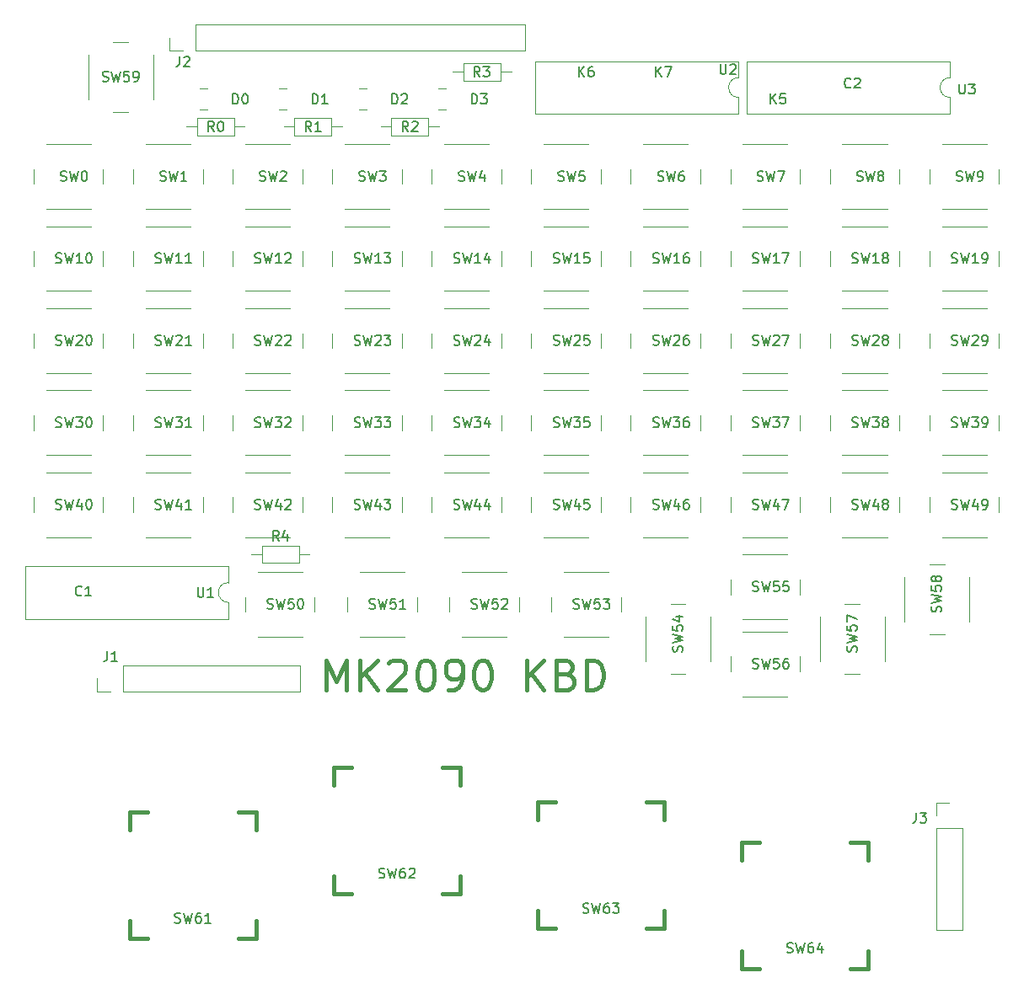
<source format=gto>
G04 #@! TF.GenerationSoftware,KiCad,Pcbnew,(5.1.2)-2*
G04 #@! TF.CreationDate,2019-10-18T14:43:34+10:00*
G04 #@! TF.ProjectId,KBD_59_4d_ortho_pcb,4b42445f-3539-45f3-9464-5f6f7274686f,rev?*
G04 #@! TF.SameCoordinates,Original*
G04 #@! TF.FileFunction,Legend,Top*
G04 #@! TF.FilePolarity,Positive*
%FSLAX46Y46*%
G04 Gerber Fmt 4.6, Leading zero omitted, Abs format (unit mm)*
G04 Created by KiCad (PCBNEW (5.1.2)-2) date 2019-10-18 14:43:34*
%MOMM*%
%LPD*%
G04 APERTURE LIST*
%ADD10C,0.450000*%
%ADD11C,0.120000*%
%ADD12C,0.381000*%
%ADD13C,0.150000*%
%ADD14C,0.200000*%
G04 APERTURE END LIST*
D10*
X60892857Y-98357142D02*
X60892857Y-95357142D01*
X61892857Y-97500000D01*
X62892857Y-95357142D01*
X62892857Y-98357142D01*
X64321428Y-98357142D02*
X64321428Y-95357142D01*
X66035714Y-98357142D02*
X64750000Y-96642857D01*
X66035714Y-95357142D02*
X64321428Y-97071428D01*
X67178571Y-95642857D02*
X67321428Y-95500000D01*
X67607142Y-95357142D01*
X68321428Y-95357142D01*
X68607142Y-95500000D01*
X68750000Y-95642857D01*
X68892857Y-95928571D01*
X68892857Y-96214285D01*
X68750000Y-96642857D01*
X67035714Y-98357142D01*
X68892857Y-98357142D01*
X70750000Y-95357142D02*
X71035714Y-95357142D01*
X71321428Y-95500000D01*
X71464285Y-95642857D01*
X71607142Y-95928571D01*
X71750000Y-96500000D01*
X71750000Y-97214285D01*
X71607142Y-97785714D01*
X71464285Y-98071428D01*
X71321428Y-98214285D01*
X71035714Y-98357142D01*
X70750000Y-98357142D01*
X70464285Y-98214285D01*
X70321428Y-98071428D01*
X70178571Y-97785714D01*
X70035714Y-97214285D01*
X70035714Y-96500000D01*
X70178571Y-95928571D01*
X70321428Y-95642857D01*
X70464285Y-95500000D01*
X70750000Y-95357142D01*
X73178571Y-98357142D02*
X73750000Y-98357142D01*
X74035714Y-98214285D01*
X74178571Y-98071428D01*
X74464285Y-97642857D01*
X74607142Y-97071428D01*
X74607142Y-95928571D01*
X74464285Y-95642857D01*
X74321428Y-95500000D01*
X74035714Y-95357142D01*
X73464285Y-95357142D01*
X73178571Y-95500000D01*
X73035714Y-95642857D01*
X72892857Y-95928571D01*
X72892857Y-96642857D01*
X73035714Y-96928571D01*
X73178571Y-97071428D01*
X73464285Y-97214285D01*
X74035714Y-97214285D01*
X74321428Y-97071428D01*
X74464285Y-96928571D01*
X74607142Y-96642857D01*
X76464285Y-95357142D02*
X76750000Y-95357142D01*
X77035714Y-95500000D01*
X77178571Y-95642857D01*
X77321428Y-95928571D01*
X77464285Y-96500000D01*
X77464285Y-97214285D01*
X77321428Y-97785714D01*
X77178571Y-98071428D01*
X77035714Y-98214285D01*
X76750000Y-98357142D01*
X76464285Y-98357142D01*
X76178571Y-98214285D01*
X76035714Y-98071428D01*
X75892857Y-97785714D01*
X75750000Y-97214285D01*
X75750000Y-96500000D01*
X75892857Y-95928571D01*
X76035714Y-95642857D01*
X76178571Y-95500000D01*
X76464285Y-95357142D01*
X81035714Y-98357142D02*
X81035714Y-95357142D01*
X82750000Y-98357142D02*
X81464285Y-96642857D01*
X82750000Y-95357142D02*
X81035714Y-97071428D01*
X85035714Y-96785714D02*
X85464285Y-96928571D01*
X85607142Y-97071428D01*
X85750000Y-97357142D01*
X85750000Y-97785714D01*
X85607142Y-98071428D01*
X85464285Y-98214285D01*
X85178571Y-98357142D01*
X84035714Y-98357142D01*
X84035714Y-95357142D01*
X85035714Y-95357142D01*
X85321428Y-95500000D01*
X85464285Y-95642857D01*
X85607142Y-95928571D01*
X85607142Y-96214285D01*
X85464285Y-96500000D01*
X85321428Y-96642857D01*
X85035714Y-96785714D01*
X84035714Y-96785714D01*
X87035714Y-98357142D02*
X87035714Y-95357142D01*
X87750000Y-95357142D01*
X88178571Y-95500000D01*
X88464285Y-95785714D01*
X88607142Y-96071428D01*
X88750000Y-96642857D01*
X88750000Y-97071428D01*
X88607142Y-97642857D01*
X88464285Y-97928571D01*
X88178571Y-98214285D01*
X87750000Y-98357142D01*
X87035714Y-98357142D01*
D11*
X51080000Y-91210000D02*
X51080000Y-89560000D01*
X30640000Y-91210000D02*
X51080000Y-91210000D01*
X30640000Y-85910000D02*
X30640000Y-91210000D01*
X51080000Y-85910000D02*
X30640000Y-85910000D01*
X51080000Y-87560000D02*
X51080000Y-85910000D01*
X51080000Y-89560000D02*
G75*
G02X51080000Y-87560000I0J1000000D01*
G01*
X123580000Y-38810000D02*
G75*
G02X123580000Y-36810000I0J1000000D01*
G01*
X123580000Y-36810000D02*
X123580000Y-35160000D01*
X123580000Y-35160000D02*
X103140000Y-35160000D01*
X103140000Y-35160000D02*
X103140000Y-40460000D01*
X103140000Y-40460000D02*
X123580000Y-40460000D01*
X123580000Y-40460000D02*
X123580000Y-38810000D01*
X58500000Y-55750000D02*
X58500000Y-54250000D01*
X57250000Y-51750000D02*
X52750000Y-51750000D01*
X51500000Y-54250000D02*
X51500000Y-55750000D01*
X52750000Y-58250000D02*
X57250000Y-58250000D01*
X102330000Y-40460000D02*
X102330000Y-38810000D01*
X81890000Y-40460000D02*
X102330000Y-40460000D01*
X81890000Y-35160000D02*
X81890000Y-40460000D01*
X102330000Y-35160000D02*
X81890000Y-35160000D01*
X102330000Y-36810000D02*
X102330000Y-35160000D01*
X102330000Y-38810000D02*
G75*
G02X102330000Y-36810000I0J1000000D01*
G01*
X48920000Y-40060000D02*
X48189000Y-40060000D01*
X48920000Y-37940000D02*
X48189000Y-37940000D01*
X56920000Y-37940000D02*
X56189000Y-37940000D01*
X56920000Y-40060000D02*
X56189000Y-40060000D01*
X64920000Y-40060000D02*
X64189000Y-40060000D01*
X64920000Y-37940000D02*
X64189000Y-37940000D01*
X72920000Y-37940000D02*
X72189000Y-37940000D01*
X72920000Y-40060000D02*
X72189000Y-40060000D01*
X59240000Y-84750000D02*
X58170000Y-84750000D01*
X53380000Y-84750000D02*
X54450000Y-84750000D01*
X58170000Y-83890000D02*
X54450000Y-83890000D01*
X58170000Y-85610000D02*
X58170000Y-83890000D01*
X54450000Y-85610000D02*
X58170000Y-85610000D01*
X54450000Y-83890000D02*
X54450000Y-85610000D01*
X32750000Y-50000000D02*
X37250000Y-50000000D01*
X31500000Y-46000000D02*
X31500000Y-47500000D01*
X37250000Y-43500000D02*
X32750000Y-43500000D01*
X38500000Y-47500000D02*
X38500000Y-46000000D01*
X48500000Y-47500000D02*
X48500000Y-46000000D01*
X47250000Y-43500000D02*
X42750000Y-43500000D01*
X41500000Y-46000000D02*
X41500000Y-47500000D01*
X42750000Y-50000000D02*
X47250000Y-50000000D01*
X52750000Y-50000000D02*
X57250000Y-50000000D01*
X51500000Y-46000000D02*
X51500000Y-47500000D01*
X57250000Y-43500000D02*
X52750000Y-43500000D01*
X58500000Y-47500000D02*
X58500000Y-46000000D01*
X68500000Y-47500000D02*
X68500000Y-46000000D01*
X67250000Y-43500000D02*
X62750000Y-43500000D01*
X61500000Y-46000000D02*
X61500000Y-47500000D01*
X62750000Y-50000000D02*
X67250000Y-50000000D01*
X72750000Y-50000000D02*
X77250000Y-50000000D01*
X71500000Y-46000000D02*
X71500000Y-47500000D01*
X77250000Y-43500000D02*
X72750000Y-43500000D01*
X78500000Y-47500000D02*
X78500000Y-46000000D01*
X88500000Y-47500000D02*
X88500000Y-46000000D01*
X87250000Y-43500000D02*
X82750000Y-43500000D01*
X81500000Y-46000000D02*
X81500000Y-47500000D01*
X82750000Y-50000000D02*
X87250000Y-50000000D01*
X92750000Y-50000000D02*
X97250000Y-50000000D01*
X91500000Y-46000000D02*
X91500000Y-47500000D01*
X97250000Y-43500000D02*
X92750000Y-43500000D01*
X98500000Y-47500000D02*
X98500000Y-46000000D01*
X108500000Y-47500000D02*
X108500000Y-46000000D01*
X107250000Y-43500000D02*
X102750000Y-43500000D01*
X101500000Y-46000000D02*
X101500000Y-47500000D01*
X102750000Y-50000000D02*
X107250000Y-50000000D01*
X112750000Y-50000000D02*
X117250000Y-50000000D01*
X111500000Y-46000000D02*
X111500000Y-47500000D01*
X117250000Y-43500000D02*
X112750000Y-43500000D01*
X118500000Y-47500000D02*
X118500000Y-46000000D01*
X128500000Y-47500000D02*
X128500000Y-46000000D01*
X127250000Y-43500000D02*
X122750000Y-43500000D01*
X121500000Y-46000000D02*
X121500000Y-47500000D01*
X122750000Y-50000000D02*
X127250000Y-50000000D01*
X38500000Y-55750000D02*
X38500000Y-54250000D01*
X37250000Y-51750000D02*
X32750000Y-51750000D01*
X31500000Y-54250000D02*
X31500000Y-55750000D01*
X32750000Y-58250000D02*
X37250000Y-58250000D01*
X42750000Y-58250000D02*
X47250000Y-58250000D01*
X41500000Y-54250000D02*
X41500000Y-55750000D01*
X47250000Y-51750000D02*
X42750000Y-51750000D01*
X48500000Y-55750000D02*
X48500000Y-54250000D01*
X62750000Y-58250000D02*
X67250000Y-58250000D01*
X61500000Y-54250000D02*
X61500000Y-55750000D01*
X67250000Y-51750000D02*
X62750000Y-51750000D01*
X68500000Y-55750000D02*
X68500000Y-54250000D01*
X78500000Y-55750000D02*
X78500000Y-54250000D01*
X77250000Y-51750000D02*
X72750000Y-51750000D01*
X71500000Y-54250000D02*
X71500000Y-55750000D01*
X72750000Y-58250000D02*
X77250000Y-58250000D01*
X82750000Y-58250000D02*
X87250000Y-58250000D01*
X81500000Y-54250000D02*
X81500000Y-55750000D01*
X87250000Y-51750000D02*
X82750000Y-51750000D01*
X88500000Y-55750000D02*
X88500000Y-54250000D01*
X98500000Y-55750000D02*
X98500000Y-54250000D01*
X97250000Y-51750000D02*
X92750000Y-51750000D01*
X91500000Y-54250000D02*
X91500000Y-55750000D01*
X92750000Y-58250000D02*
X97250000Y-58250000D01*
X102750000Y-58250000D02*
X107250000Y-58250000D01*
X101500000Y-54250000D02*
X101500000Y-55750000D01*
X107250000Y-51750000D02*
X102750000Y-51750000D01*
X108500000Y-55750000D02*
X108500000Y-54250000D01*
X112750000Y-58250000D02*
X117250000Y-58250000D01*
X111500000Y-54250000D02*
X111500000Y-55750000D01*
X117250000Y-51750000D02*
X112750000Y-51750000D01*
X118500000Y-55750000D02*
X118500000Y-54250000D01*
X128500000Y-55750000D02*
X128500000Y-54250000D01*
X127250000Y-51750000D02*
X122750000Y-51750000D01*
X121500000Y-54250000D02*
X121500000Y-55750000D01*
X122750000Y-58250000D02*
X127250000Y-58250000D01*
X32750000Y-66500000D02*
X37250000Y-66500000D01*
X31500000Y-62500000D02*
X31500000Y-64000000D01*
X37250000Y-60000000D02*
X32750000Y-60000000D01*
X38500000Y-64000000D02*
X38500000Y-62500000D01*
X48500000Y-64000000D02*
X48500000Y-62500000D01*
X47250000Y-60000000D02*
X42750000Y-60000000D01*
X41500000Y-62500000D02*
X41500000Y-64000000D01*
X42750000Y-66500000D02*
X47250000Y-66500000D01*
X52750000Y-66500000D02*
X57250000Y-66500000D01*
X51500000Y-62500000D02*
X51500000Y-64000000D01*
X57250000Y-60000000D02*
X52750000Y-60000000D01*
X58500000Y-64000000D02*
X58500000Y-62500000D01*
X68500000Y-64000000D02*
X68500000Y-62500000D01*
X67250000Y-60000000D02*
X62750000Y-60000000D01*
X61500000Y-62500000D02*
X61500000Y-64000000D01*
X62750000Y-66500000D02*
X67250000Y-66500000D01*
X72750000Y-66500000D02*
X77250000Y-66500000D01*
X71500000Y-62500000D02*
X71500000Y-64000000D01*
X77250000Y-60000000D02*
X72750000Y-60000000D01*
X78500000Y-64000000D02*
X78500000Y-62500000D01*
X88500000Y-64000000D02*
X88500000Y-62500000D01*
X87250000Y-60000000D02*
X82750000Y-60000000D01*
X81500000Y-62500000D02*
X81500000Y-64000000D01*
X82750000Y-66500000D02*
X87250000Y-66500000D01*
X92750000Y-66500000D02*
X97250000Y-66500000D01*
X91500000Y-62500000D02*
X91500000Y-64000000D01*
X97250000Y-60000000D02*
X92750000Y-60000000D01*
X98500000Y-64000000D02*
X98500000Y-62500000D01*
X108500000Y-64000000D02*
X108500000Y-62500000D01*
X107250000Y-60000000D02*
X102750000Y-60000000D01*
X101500000Y-62500000D02*
X101500000Y-64000000D01*
X102750000Y-66500000D02*
X107250000Y-66500000D01*
X118500000Y-64000000D02*
X118500000Y-62500000D01*
X117250000Y-60000000D02*
X112750000Y-60000000D01*
X111500000Y-62500000D02*
X111500000Y-64000000D01*
X112750000Y-66500000D02*
X117250000Y-66500000D01*
X122750000Y-66500000D02*
X127250000Y-66500000D01*
X121500000Y-62500000D02*
X121500000Y-64000000D01*
X127250000Y-60000000D02*
X122750000Y-60000000D01*
X128500000Y-64000000D02*
X128500000Y-62500000D01*
X38500000Y-72250000D02*
X38500000Y-70750000D01*
X37250000Y-68250000D02*
X32750000Y-68250000D01*
X31500000Y-70750000D02*
X31500000Y-72250000D01*
X32750000Y-74750000D02*
X37250000Y-74750000D01*
X42750000Y-74750000D02*
X47250000Y-74750000D01*
X41500000Y-70750000D02*
X41500000Y-72250000D01*
X47250000Y-68250000D02*
X42750000Y-68250000D01*
X48500000Y-72250000D02*
X48500000Y-70750000D01*
X58500000Y-72250000D02*
X58500000Y-70750000D01*
X57250000Y-68250000D02*
X52750000Y-68250000D01*
X51500000Y-70750000D02*
X51500000Y-72250000D01*
X52750000Y-74750000D02*
X57250000Y-74750000D01*
X62750000Y-74750000D02*
X67250000Y-74750000D01*
X61500000Y-70750000D02*
X61500000Y-72250000D01*
X67250000Y-68250000D02*
X62750000Y-68250000D01*
X68500000Y-72250000D02*
X68500000Y-70750000D01*
X78500000Y-72250000D02*
X78500000Y-70750000D01*
X77250000Y-68250000D02*
X72750000Y-68250000D01*
X71500000Y-70750000D02*
X71500000Y-72250000D01*
X72750000Y-74750000D02*
X77250000Y-74750000D01*
X82750000Y-74750000D02*
X87250000Y-74750000D01*
X81500000Y-70750000D02*
X81500000Y-72250000D01*
X87250000Y-68250000D02*
X82750000Y-68250000D01*
X88500000Y-72250000D02*
X88500000Y-70750000D01*
X98500000Y-72250000D02*
X98500000Y-70750000D01*
X97250000Y-68250000D02*
X92750000Y-68250000D01*
X91500000Y-70750000D02*
X91500000Y-72250000D01*
X92750000Y-74750000D02*
X97250000Y-74750000D01*
X102750000Y-74750000D02*
X107250000Y-74750000D01*
X101500000Y-70750000D02*
X101500000Y-72250000D01*
X107250000Y-68250000D02*
X102750000Y-68250000D01*
X108500000Y-72250000D02*
X108500000Y-70750000D01*
X112750000Y-74750000D02*
X117250000Y-74750000D01*
X111500000Y-70750000D02*
X111500000Y-72250000D01*
X117250000Y-68250000D02*
X112750000Y-68250000D01*
X118500000Y-72250000D02*
X118500000Y-70750000D01*
X128500000Y-72250000D02*
X128500000Y-70750000D01*
X127250000Y-68250000D02*
X122750000Y-68250000D01*
X121500000Y-70750000D02*
X121500000Y-72250000D01*
X122750000Y-74750000D02*
X127250000Y-74750000D01*
X32750000Y-83000000D02*
X37250000Y-83000000D01*
X31500000Y-79000000D02*
X31500000Y-80500000D01*
X37250000Y-76500000D02*
X32750000Y-76500000D01*
X38500000Y-80500000D02*
X38500000Y-79000000D01*
X48500000Y-80500000D02*
X48500000Y-79000000D01*
X47250000Y-76500000D02*
X42750000Y-76500000D01*
X41500000Y-79000000D02*
X41500000Y-80500000D01*
X42750000Y-83000000D02*
X47250000Y-83000000D01*
X52750000Y-83000000D02*
X57250000Y-83000000D01*
X51500000Y-79000000D02*
X51500000Y-80500000D01*
X57250000Y-76500000D02*
X52750000Y-76500000D01*
X58500000Y-80500000D02*
X58500000Y-79000000D01*
X68500000Y-80500000D02*
X68500000Y-79000000D01*
X67250000Y-76500000D02*
X62750000Y-76500000D01*
X61500000Y-79000000D02*
X61500000Y-80500000D01*
X62750000Y-83000000D02*
X67250000Y-83000000D01*
X72750000Y-83000000D02*
X77250000Y-83000000D01*
X71500000Y-79000000D02*
X71500000Y-80500000D01*
X77250000Y-76500000D02*
X72750000Y-76500000D01*
X78500000Y-80500000D02*
X78500000Y-79000000D01*
X88500000Y-80500000D02*
X88500000Y-79000000D01*
X87250000Y-76500000D02*
X82750000Y-76500000D01*
X81500000Y-79000000D02*
X81500000Y-80500000D01*
X82750000Y-83000000D02*
X87250000Y-83000000D01*
X92750000Y-83000000D02*
X97250000Y-83000000D01*
X91500000Y-79000000D02*
X91500000Y-80500000D01*
X97250000Y-76500000D02*
X92750000Y-76500000D01*
X98500000Y-80500000D02*
X98500000Y-79000000D01*
X108500000Y-80500000D02*
X108500000Y-79000000D01*
X107250000Y-76500000D02*
X102750000Y-76500000D01*
X101500000Y-79000000D02*
X101500000Y-80500000D01*
X102750000Y-83000000D02*
X107250000Y-83000000D01*
X118500000Y-80500000D02*
X118500000Y-79000000D01*
X117250000Y-76500000D02*
X112750000Y-76500000D01*
X111500000Y-79000000D02*
X111500000Y-80500000D01*
X112750000Y-83000000D02*
X117250000Y-83000000D01*
X122750000Y-83000000D02*
X127250000Y-83000000D01*
X121500000Y-79000000D02*
X121500000Y-80500000D01*
X127250000Y-76500000D02*
X122750000Y-76500000D01*
X128500000Y-80500000D02*
X128500000Y-79000000D01*
X54000000Y-93000000D02*
X58500000Y-93000000D01*
X52750000Y-89000000D02*
X52750000Y-90500000D01*
X58500000Y-86500000D02*
X54000000Y-86500000D01*
X59750000Y-90500000D02*
X59750000Y-89000000D01*
X70000000Y-90500000D02*
X70000000Y-89000000D01*
X68750000Y-86500000D02*
X64250000Y-86500000D01*
X63000000Y-89000000D02*
X63000000Y-90500000D01*
X64250000Y-93000000D02*
X68750000Y-93000000D01*
X74500000Y-93000000D02*
X79000000Y-93000000D01*
X73250000Y-89000000D02*
X73250000Y-90500000D01*
X79000000Y-86500000D02*
X74500000Y-86500000D01*
X80250000Y-90500000D02*
X80250000Y-89000000D01*
X90500000Y-90500000D02*
X90500000Y-89000000D01*
X89250000Y-86500000D02*
X84750000Y-86500000D01*
X83500000Y-89000000D02*
X83500000Y-90500000D01*
X84750000Y-93000000D02*
X89250000Y-93000000D01*
X99500000Y-95500000D02*
X99500000Y-91000000D01*
X95500000Y-96750000D02*
X97000000Y-96750000D01*
X93000000Y-91000000D02*
X93000000Y-95500000D01*
X97000000Y-89750000D02*
X95500000Y-89750000D01*
X108500000Y-88750000D02*
X108500000Y-87250000D01*
X107250000Y-84750000D02*
X102750000Y-84750000D01*
X101500000Y-87250000D02*
X101500000Y-88750000D01*
X102750000Y-91250000D02*
X107250000Y-91250000D01*
X102750000Y-99000000D02*
X107250000Y-99000000D01*
X101500000Y-95000000D02*
X101500000Y-96500000D01*
X107250000Y-92500000D02*
X102750000Y-92500000D01*
X108500000Y-96500000D02*
X108500000Y-95000000D01*
X114500000Y-89750000D02*
X113000000Y-89750000D01*
X110500000Y-91000000D02*
X110500000Y-95500000D01*
X113000000Y-96750000D02*
X114500000Y-96750000D01*
X117000000Y-95500000D02*
X117000000Y-91000000D01*
X123000000Y-85750000D02*
X121500000Y-85750000D01*
X119000000Y-87000000D02*
X119000000Y-91500000D01*
X121500000Y-92750000D02*
X123000000Y-92750000D01*
X125500000Y-91500000D02*
X125500000Y-87000000D01*
X37000000Y-34500000D02*
X37000000Y-39000000D01*
X41000000Y-33250000D02*
X39500000Y-33250000D01*
X43500000Y-39000000D02*
X43500000Y-34500000D01*
X39500000Y-40250000D02*
X41000000Y-40250000D01*
X51650000Y-42610000D02*
X51650000Y-40890000D01*
X51650000Y-40890000D02*
X47930000Y-40890000D01*
X47930000Y-40890000D02*
X47930000Y-42610000D01*
X47930000Y-42610000D02*
X51650000Y-42610000D01*
X52720000Y-41750000D02*
X51650000Y-41750000D01*
X46860000Y-41750000D02*
X47930000Y-41750000D01*
X62490000Y-41750000D02*
X61420000Y-41750000D01*
X56630000Y-41750000D02*
X57700000Y-41750000D01*
X61420000Y-40890000D02*
X57700000Y-40890000D01*
X61420000Y-42610000D02*
X61420000Y-40890000D01*
X57700000Y-42610000D02*
X61420000Y-42610000D01*
X57700000Y-40890000D02*
X57700000Y-42610000D01*
X67450000Y-40890000D02*
X67450000Y-42610000D01*
X67450000Y-42610000D02*
X71170000Y-42610000D01*
X71170000Y-42610000D02*
X71170000Y-40890000D01*
X71170000Y-40890000D02*
X67450000Y-40890000D01*
X66380000Y-41750000D02*
X67450000Y-41750000D01*
X72240000Y-41750000D02*
X71170000Y-41750000D01*
X79490000Y-36250000D02*
X78420000Y-36250000D01*
X73630000Y-36250000D02*
X74700000Y-36250000D01*
X78420000Y-35390000D02*
X74700000Y-35390000D01*
X78420000Y-37110000D02*
X78420000Y-35390000D01*
X74700000Y-37110000D02*
X78420000Y-37110000D01*
X74700000Y-35390000D02*
X74700000Y-37110000D01*
X37870000Y-98530000D02*
X37870000Y-97200000D01*
X39200000Y-98530000D02*
X37870000Y-98530000D01*
X40470000Y-98530000D02*
X40470000Y-95870000D01*
X40470000Y-95870000D02*
X58310000Y-95870000D01*
X40470000Y-98530000D02*
X58310000Y-98530000D01*
X58310000Y-98530000D02*
X58310000Y-95870000D01*
X45170000Y-34130000D02*
X45170000Y-32800000D01*
X46500000Y-34130000D02*
X45170000Y-34130000D01*
X47770000Y-34130000D02*
X47770000Y-31470000D01*
X47770000Y-31470000D02*
X80850000Y-31470000D01*
X47770000Y-34130000D02*
X80850000Y-34130000D01*
X80850000Y-34130000D02*
X80850000Y-31470000D01*
D12*
X41150000Y-110650000D02*
X42928000Y-110650000D01*
X52072000Y-110650000D02*
X53850000Y-110650000D01*
X53850000Y-110650000D02*
X53850000Y-112428000D01*
X53850000Y-121572000D02*
X53850000Y-123350000D01*
X53850000Y-123350000D02*
X52072000Y-123350000D01*
X42928000Y-123350000D02*
X41150000Y-123350000D01*
X41150000Y-123350000D02*
X41150000Y-121572000D01*
X41150000Y-112428000D02*
X41150000Y-110650000D01*
D11*
X122170000Y-109670000D02*
X123500000Y-109670000D01*
X122170000Y-111000000D02*
X122170000Y-109670000D01*
X122170000Y-112270000D02*
X124830000Y-112270000D01*
X124830000Y-112270000D02*
X124830000Y-122490000D01*
X122170000Y-112270000D02*
X122170000Y-122490000D01*
X122170000Y-122490000D02*
X124830000Y-122490000D01*
D12*
X61650000Y-106150000D02*
X63428000Y-106150000D01*
X72572000Y-106150000D02*
X74350000Y-106150000D01*
X74350000Y-106150000D02*
X74350000Y-107928000D01*
X74350000Y-117072000D02*
X74350000Y-118850000D01*
X74350000Y-118850000D02*
X72572000Y-118850000D01*
X63428000Y-118850000D02*
X61650000Y-118850000D01*
X61650000Y-118850000D02*
X61650000Y-117072000D01*
X61650000Y-107928000D02*
X61650000Y-106150000D01*
X82150000Y-111428000D02*
X82150000Y-109650000D01*
X82150000Y-122350000D02*
X82150000Y-120572000D01*
X83928000Y-122350000D02*
X82150000Y-122350000D01*
X94850000Y-122350000D02*
X93072000Y-122350000D01*
X94850000Y-120572000D02*
X94850000Y-122350000D01*
X94850000Y-109650000D02*
X94850000Y-111428000D01*
X93072000Y-109650000D02*
X94850000Y-109650000D01*
X82150000Y-109650000D02*
X83928000Y-109650000D01*
X102650000Y-113650000D02*
X104428000Y-113650000D01*
X113572000Y-113650000D02*
X115350000Y-113650000D01*
X115350000Y-113650000D02*
X115350000Y-115428000D01*
X115350000Y-124572000D02*
X115350000Y-126350000D01*
X115350000Y-126350000D02*
X113572000Y-126350000D01*
X104428000Y-126350000D02*
X102650000Y-126350000D01*
X102650000Y-126350000D02*
X102650000Y-124572000D01*
X102650000Y-115428000D02*
X102650000Y-113650000D01*
D13*
X47988095Y-88012380D02*
X47988095Y-88821904D01*
X48035714Y-88917142D01*
X48083333Y-88964761D01*
X48178571Y-89012380D01*
X48369047Y-89012380D01*
X48464285Y-88964761D01*
X48511904Y-88917142D01*
X48559523Y-88821904D01*
X48559523Y-88012380D01*
X49559523Y-89012380D02*
X48988095Y-89012380D01*
X49273809Y-89012380D02*
X49273809Y-88012380D01*
X49178571Y-88155238D01*
X49083333Y-88250476D01*
X48988095Y-88298095D01*
X124488095Y-37452380D02*
X124488095Y-38261904D01*
X124535714Y-38357142D01*
X124583333Y-38404761D01*
X124678571Y-38452380D01*
X124869047Y-38452380D01*
X124964285Y-38404761D01*
X125011904Y-38357142D01*
X125059523Y-38261904D01*
X125059523Y-37452380D01*
X125440476Y-37452380D02*
X126059523Y-37452380D01*
X125726190Y-37833333D01*
X125869047Y-37833333D01*
X125964285Y-37880952D01*
X126011904Y-37928571D01*
X126059523Y-38023809D01*
X126059523Y-38261904D01*
X126011904Y-38357142D01*
X125964285Y-38404761D01*
X125869047Y-38452380D01*
X125583333Y-38452380D01*
X125488095Y-38404761D01*
X125440476Y-38357142D01*
X53740476Y-55404761D02*
X53883333Y-55452380D01*
X54121428Y-55452380D01*
X54216666Y-55404761D01*
X54264285Y-55357142D01*
X54311904Y-55261904D01*
X54311904Y-55166666D01*
X54264285Y-55071428D01*
X54216666Y-55023809D01*
X54121428Y-54976190D01*
X53930952Y-54928571D01*
X53835714Y-54880952D01*
X53788095Y-54833333D01*
X53740476Y-54738095D01*
X53740476Y-54642857D01*
X53788095Y-54547619D01*
X53835714Y-54500000D01*
X53930952Y-54452380D01*
X54169047Y-54452380D01*
X54311904Y-54500000D01*
X54645238Y-54452380D02*
X54883333Y-55452380D01*
X55073809Y-54738095D01*
X55264285Y-55452380D01*
X55502380Y-54452380D01*
X56407142Y-55452380D02*
X55835714Y-55452380D01*
X56121428Y-55452380D02*
X56121428Y-54452380D01*
X56026190Y-54595238D01*
X55930952Y-54690476D01*
X55835714Y-54738095D01*
X56788095Y-54547619D02*
X56835714Y-54500000D01*
X56930952Y-54452380D01*
X57169047Y-54452380D01*
X57264285Y-54500000D01*
X57311904Y-54547619D01*
X57359523Y-54642857D01*
X57359523Y-54738095D01*
X57311904Y-54880952D01*
X56740476Y-55452380D01*
X57359523Y-55452380D01*
X100488095Y-35452380D02*
X100488095Y-36261904D01*
X100535714Y-36357142D01*
X100583333Y-36404761D01*
X100678571Y-36452380D01*
X100869047Y-36452380D01*
X100964285Y-36404761D01*
X101011904Y-36357142D01*
X101059523Y-36261904D01*
X101059523Y-35452380D01*
X101488095Y-35547619D02*
X101535714Y-35500000D01*
X101630952Y-35452380D01*
X101869047Y-35452380D01*
X101964285Y-35500000D01*
X102011904Y-35547619D01*
X102059523Y-35642857D01*
X102059523Y-35738095D01*
X102011904Y-35880952D01*
X101440476Y-36452380D01*
X102059523Y-36452380D01*
X51511904Y-39452380D02*
X51511904Y-38452380D01*
X51750000Y-38452380D01*
X51892857Y-38500000D01*
X51988095Y-38595238D01*
X52035714Y-38690476D01*
X52083333Y-38880952D01*
X52083333Y-39023809D01*
X52035714Y-39214285D01*
X51988095Y-39309523D01*
X51892857Y-39404761D01*
X51750000Y-39452380D01*
X51511904Y-39452380D01*
X52702380Y-38452380D02*
X52797619Y-38452380D01*
X52892857Y-38500000D01*
X52940476Y-38547619D01*
X52988095Y-38642857D01*
X53035714Y-38833333D01*
X53035714Y-39071428D01*
X52988095Y-39261904D01*
X52940476Y-39357142D01*
X52892857Y-39404761D01*
X52797619Y-39452380D01*
X52702380Y-39452380D01*
X52607142Y-39404761D01*
X52559523Y-39357142D01*
X52511904Y-39261904D01*
X52464285Y-39071428D01*
X52464285Y-38833333D01*
X52511904Y-38642857D01*
X52559523Y-38547619D01*
X52607142Y-38500000D01*
X52702380Y-38452380D01*
X59511904Y-39452380D02*
X59511904Y-38452380D01*
X59750000Y-38452380D01*
X59892857Y-38500000D01*
X59988095Y-38595238D01*
X60035714Y-38690476D01*
X60083333Y-38880952D01*
X60083333Y-39023809D01*
X60035714Y-39214285D01*
X59988095Y-39309523D01*
X59892857Y-39404761D01*
X59750000Y-39452380D01*
X59511904Y-39452380D01*
X61035714Y-39452380D02*
X60464285Y-39452380D01*
X60750000Y-39452380D02*
X60750000Y-38452380D01*
X60654761Y-38595238D01*
X60559523Y-38690476D01*
X60464285Y-38738095D01*
X67511904Y-39452380D02*
X67511904Y-38452380D01*
X67750000Y-38452380D01*
X67892857Y-38500000D01*
X67988095Y-38595238D01*
X68035714Y-38690476D01*
X68083333Y-38880952D01*
X68083333Y-39023809D01*
X68035714Y-39214285D01*
X67988095Y-39309523D01*
X67892857Y-39404761D01*
X67750000Y-39452380D01*
X67511904Y-39452380D01*
X68464285Y-38547619D02*
X68511904Y-38500000D01*
X68607142Y-38452380D01*
X68845238Y-38452380D01*
X68940476Y-38500000D01*
X68988095Y-38547619D01*
X69035714Y-38642857D01*
X69035714Y-38738095D01*
X68988095Y-38880952D01*
X68416666Y-39452380D01*
X69035714Y-39452380D01*
X75511904Y-39452380D02*
X75511904Y-38452380D01*
X75750000Y-38452380D01*
X75892857Y-38500000D01*
X75988095Y-38595238D01*
X76035714Y-38690476D01*
X76083333Y-38880952D01*
X76083333Y-39023809D01*
X76035714Y-39214285D01*
X75988095Y-39309523D01*
X75892857Y-39404761D01*
X75750000Y-39452380D01*
X75511904Y-39452380D01*
X76416666Y-38452380D02*
X77035714Y-38452380D01*
X76702380Y-38833333D01*
X76845238Y-38833333D01*
X76940476Y-38880952D01*
X76988095Y-38928571D01*
X77035714Y-39023809D01*
X77035714Y-39261904D01*
X76988095Y-39357142D01*
X76940476Y-39404761D01*
X76845238Y-39452380D01*
X76559523Y-39452380D01*
X76464285Y-39404761D01*
X76416666Y-39357142D01*
X56143333Y-83342380D02*
X55810000Y-82866190D01*
X55571904Y-83342380D02*
X55571904Y-82342380D01*
X55952857Y-82342380D01*
X56048095Y-82390000D01*
X56095714Y-82437619D01*
X56143333Y-82532857D01*
X56143333Y-82675714D01*
X56095714Y-82770952D01*
X56048095Y-82818571D01*
X55952857Y-82866190D01*
X55571904Y-82866190D01*
X57000476Y-82675714D02*
X57000476Y-83342380D01*
X56762380Y-82294761D02*
X56524285Y-83009047D01*
X57143333Y-83009047D01*
X34216666Y-47154761D02*
X34359523Y-47202380D01*
X34597619Y-47202380D01*
X34692857Y-47154761D01*
X34740476Y-47107142D01*
X34788095Y-47011904D01*
X34788095Y-46916666D01*
X34740476Y-46821428D01*
X34692857Y-46773809D01*
X34597619Y-46726190D01*
X34407142Y-46678571D01*
X34311904Y-46630952D01*
X34264285Y-46583333D01*
X34216666Y-46488095D01*
X34216666Y-46392857D01*
X34264285Y-46297619D01*
X34311904Y-46250000D01*
X34407142Y-46202380D01*
X34645238Y-46202380D01*
X34788095Y-46250000D01*
X35121428Y-46202380D02*
X35359523Y-47202380D01*
X35550000Y-46488095D01*
X35740476Y-47202380D01*
X35978571Y-46202380D01*
X36550000Y-46202380D02*
X36645238Y-46202380D01*
X36740476Y-46250000D01*
X36788095Y-46297619D01*
X36835714Y-46392857D01*
X36883333Y-46583333D01*
X36883333Y-46821428D01*
X36835714Y-47011904D01*
X36788095Y-47107142D01*
X36740476Y-47154761D01*
X36645238Y-47202380D01*
X36550000Y-47202380D01*
X36454761Y-47154761D01*
X36407142Y-47107142D01*
X36359523Y-47011904D01*
X36311904Y-46821428D01*
X36311904Y-46583333D01*
X36359523Y-46392857D01*
X36407142Y-46297619D01*
X36454761Y-46250000D01*
X36550000Y-46202380D01*
X44216666Y-47154761D02*
X44359523Y-47202380D01*
X44597619Y-47202380D01*
X44692857Y-47154761D01*
X44740476Y-47107142D01*
X44788095Y-47011904D01*
X44788095Y-46916666D01*
X44740476Y-46821428D01*
X44692857Y-46773809D01*
X44597619Y-46726190D01*
X44407142Y-46678571D01*
X44311904Y-46630952D01*
X44264285Y-46583333D01*
X44216666Y-46488095D01*
X44216666Y-46392857D01*
X44264285Y-46297619D01*
X44311904Y-46250000D01*
X44407142Y-46202380D01*
X44645238Y-46202380D01*
X44788095Y-46250000D01*
X45121428Y-46202380D02*
X45359523Y-47202380D01*
X45550000Y-46488095D01*
X45740476Y-47202380D01*
X45978571Y-46202380D01*
X46883333Y-47202380D02*
X46311904Y-47202380D01*
X46597619Y-47202380D02*
X46597619Y-46202380D01*
X46502380Y-46345238D01*
X46407142Y-46440476D01*
X46311904Y-46488095D01*
X54216666Y-47154761D02*
X54359523Y-47202380D01*
X54597619Y-47202380D01*
X54692857Y-47154761D01*
X54740476Y-47107142D01*
X54788095Y-47011904D01*
X54788095Y-46916666D01*
X54740476Y-46821428D01*
X54692857Y-46773809D01*
X54597619Y-46726190D01*
X54407142Y-46678571D01*
X54311904Y-46630952D01*
X54264285Y-46583333D01*
X54216666Y-46488095D01*
X54216666Y-46392857D01*
X54264285Y-46297619D01*
X54311904Y-46250000D01*
X54407142Y-46202380D01*
X54645238Y-46202380D01*
X54788095Y-46250000D01*
X55121428Y-46202380D02*
X55359523Y-47202380D01*
X55550000Y-46488095D01*
X55740476Y-47202380D01*
X55978571Y-46202380D01*
X56311904Y-46297619D02*
X56359523Y-46250000D01*
X56454761Y-46202380D01*
X56692857Y-46202380D01*
X56788095Y-46250000D01*
X56835714Y-46297619D01*
X56883333Y-46392857D01*
X56883333Y-46488095D01*
X56835714Y-46630952D01*
X56264285Y-47202380D01*
X56883333Y-47202380D01*
X64216666Y-47154761D02*
X64359523Y-47202380D01*
X64597619Y-47202380D01*
X64692857Y-47154761D01*
X64740476Y-47107142D01*
X64788095Y-47011904D01*
X64788095Y-46916666D01*
X64740476Y-46821428D01*
X64692857Y-46773809D01*
X64597619Y-46726190D01*
X64407142Y-46678571D01*
X64311904Y-46630952D01*
X64264285Y-46583333D01*
X64216666Y-46488095D01*
X64216666Y-46392857D01*
X64264285Y-46297619D01*
X64311904Y-46250000D01*
X64407142Y-46202380D01*
X64645238Y-46202380D01*
X64788095Y-46250000D01*
X65121428Y-46202380D02*
X65359523Y-47202380D01*
X65550000Y-46488095D01*
X65740476Y-47202380D01*
X65978571Y-46202380D01*
X66264285Y-46202380D02*
X66883333Y-46202380D01*
X66550000Y-46583333D01*
X66692857Y-46583333D01*
X66788095Y-46630952D01*
X66835714Y-46678571D01*
X66883333Y-46773809D01*
X66883333Y-47011904D01*
X66835714Y-47107142D01*
X66788095Y-47154761D01*
X66692857Y-47202380D01*
X66407142Y-47202380D01*
X66311904Y-47154761D01*
X66264285Y-47107142D01*
X74216666Y-47154761D02*
X74359523Y-47202380D01*
X74597619Y-47202380D01*
X74692857Y-47154761D01*
X74740476Y-47107142D01*
X74788095Y-47011904D01*
X74788095Y-46916666D01*
X74740476Y-46821428D01*
X74692857Y-46773809D01*
X74597619Y-46726190D01*
X74407142Y-46678571D01*
X74311904Y-46630952D01*
X74264285Y-46583333D01*
X74216666Y-46488095D01*
X74216666Y-46392857D01*
X74264285Y-46297619D01*
X74311904Y-46250000D01*
X74407142Y-46202380D01*
X74645238Y-46202380D01*
X74788095Y-46250000D01*
X75121428Y-46202380D02*
X75359523Y-47202380D01*
X75550000Y-46488095D01*
X75740476Y-47202380D01*
X75978571Y-46202380D01*
X76788095Y-46535714D02*
X76788095Y-47202380D01*
X76550000Y-46154761D02*
X76311904Y-46869047D01*
X76930952Y-46869047D01*
X84216666Y-47154761D02*
X84359523Y-47202380D01*
X84597619Y-47202380D01*
X84692857Y-47154761D01*
X84740476Y-47107142D01*
X84788095Y-47011904D01*
X84788095Y-46916666D01*
X84740476Y-46821428D01*
X84692857Y-46773809D01*
X84597619Y-46726190D01*
X84407142Y-46678571D01*
X84311904Y-46630952D01*
X84264285Y-46583333D01*
X84216666Y-46488095D01*
X84216666Y-46392857D01*
X84264285Y-46297619D01*
X84311904Y-46250000D01*
X84407142Y-46202380D01*
X84645238Y-46202380D01*
X84788095Y-46250000D01*
X85121428Y-46202380D02*
X85359523Y-47202380D01*
X85550000Y-46488095D01*
X85740476Y-47202380D01*
X85978571Y-46202380D01*
X86835714Y-46202380D02*
X86359523Y-46202380D01*
X86311904Y-46678571D01*
X86359523Y-46630952D01*
X86454761Y-46583333D01*
X86692857Y-46583333D01*
X86788095Y-46630952D01*
X86835714Y-46678571D01*
X86883333Y-46773809D01*
X86883333Y-47011904D01*
X86835714Y-47107142D01*
X86788095Y-47154761D01*
X86692857Y-47202380D01*
X86454761Y-47202380D01*
X86359523Y-47154761D01*
X86311904Y-47107142D01*
X94216666Y-47154761D02*
X94359523Y-47202380D01*
X94597619Y-47202380D01*
X94692857Y-47154761D01*
X94740476Y-47107142D01*
X94788095Y-47011904D01*
X94788095Y-46916666D01*
X94740476Y-46821428D01*
X94692857Y-46773809D01*
X94597619Y-46726190D01*
X94407142Y-46678571D01*
X94311904Y-46630952D01*
X94264285Y-46583333D01*
X94216666Y-46488095D01*
X94216666Y-46392857D01*
X94264285Y-46297619D01*
X94311904Y-46250000D01*
X94407142Y-46202380D01*
X94645238Y-46202380D01*
X94788095Y-46250000D01*
X95121428Y-46202380D02*
X95359523Y-47202380D01*
X95550000Y-46488095D01*
X95740476Y-47202380D01*
X95978571Y-46202380D01*
X96788095Y-46202380D02*
X96597619Y-46202380D01*
X96502380Y-46250000D01*
X96454761Y-46297619D01*
X96359523Y-46440476D01*
X96311904Y-46630952D01*
X96311904Y-47011904D01*
X96359523Y-47107142D01*
X96407142Y-47154761D01*
X96502380Y-47202380D01*
X96692857Y-47202380D01*
X96788095Y-47154761D01*
X96835714Y-47107142D01*
X96883333Y-47011904D01*
X96883333Y-46773809D01*
X96835714Y-46678571D01*
X96788095Y-46630952D01*
X96692857Y-46583333D01*
X96502380Y-46583333D01*
X96407142Y-46630952D01*
X96359523Y-46678571D01*
X96311904Y-46773809D01*
X104216666Y-47154761D02*
X104359523Y-47202380D01*
X104597619Y-47202380D01*
X104692857Y-47154761D01*
X104740476Y-47107142D01*
X104788095Y-47011904D01*
X104788095Y-46916666D01*
X104740476Y-46821428D01*
X104692857Y-46773809D01*
X104597619Y-46726190D01*
X104407142Y-46678571D01*
X104311904Y-46630952D01*
X104264285Y-46583333D01*
X104216666Y-46488095D01*
X104216666Y-46392857D01*
X104264285Y-46297619D01*
X104311904Y-46250000D01*
X104407142Y-46202380D01*
X104645238Y-46202380D01*
X104788095Y-46250000D01*
X105121428Y-46202380D02*
X105359523Y-47202380D01*
X105550000Y-46488095D01*
X105740476Y-47202380D01*
X105978571Y-46202380D01*
X106264285Y-46202380D02*
X106930952Y-46202380D01*
X106502380Y-47202380D01*
X114216666Y-47154761D02*
X114359523Y-47202380D01*
X114597619Y-47202380D01*
X114692857Y-47154761D01*
X114740476Y-47107142D01*
X114788095Y-47011904D01*
X114788095Y-46916666D01*
X114740476Y-46821428D01*
X114692857Y-46773809D01*
X114597619Y-46726190D01*
X114407142Y-46678571D01*
X114311904Y-46630952D01*
X114264285Y-46583333D01*
X114216666Y-46488095D01*
X114216666Y-46392857D01*
X114264285Y-46297619D01*
X114311904Y-46250000D01*
X114407142Y-46202380D01*
X114645238Y-46202380D01*
X114788095Y-46250000D01*
X115121428Y-46202380D02*
X115359523Y-47202380D01*
X115550000Y-46488095D01*
X115740476Y-47202380D01*
X115978571Y-46202380D01*
X116502380Y-46630952D02*
X116407142Y-46583333D01*
X116359523Y-46535714D01*
X116311904Y-46440476D01*
X116311904Y-46392857D01*
X116359523Y-46297619D01*
X116407142Y-46250000D01*
X116502380Y-46202380D01*
X116692857Y-46202380D01*
X116788095Y-46250000D01*
X116835714Y-46297619D01*
X116883333Y-46392857D01*
X116883333Y-46440476D01*
X116835714Y-46535714D01*
X116788095Y-46583333D01*
X116692857Y-46630952D01*
X116502380Y-46630952D01*
X116407142Y-46678571D01*
X116359523Y-46726190D01*
X116311904Y-46821428D01*
X116311904Y-47011904D01*
X116359523Y-47107142D01*
X116407142Y-47154761D01*
X116502380Y-47202380D01*
X116692857Y-47202380D01*
X116788095Y-47154761D01*
X116835714Y-47107142D01*
X116883333Y-47011904D01*
X116883333Y-46821428D01*
X116835714Y-46726190D01*
X116788095Y-46678571D01*
X116692857Y-46630952D01*
X124216666Y-47154761D02*
X124359523Y-47202380D01*
X124597619Y-47202380D01*
X124692857Y-47154761D01*
X124740476Y-47107142D01*
X124788095Y-47011904D01*
X124788095Y-46916666D01*
X124740476Y-46821428D01*
X124692857Y-46773809D01*
X124597619Y-46726190D01*
X124407142Y-46678571D01*
X124311904Y-46630952D01*
X124264285Y-46583333D01*
X124216666Y-46488095D01*
X124216666Y-46392857D01*
X124264285Y-46297619D01*
X124311904Y-46250000D01*
X124407142Y-46202380D01*
X124645238Y-46202380D01*
X124788095Y-46250000D01*
X125121428Y-46202380D02*
X125359523Y-47202380D01*
X125550000Y-46488095D01*
X125740476Y-47202380D01*
X125978571Y-46202380D01*
X126407142Y-47202380D02*
X126597619Y-47202380D01*
X126692857Y-47154761D01*
X126740476Y-47107142D01*
X126835714Y-46964285D01*
X126883333Y-46773809D01*
X126883333Y-46392857D01*
X126835714Y-46297619D01*
X126788095Y-46250000D01*
X126692857Y-46202380D01*
X126502380Y-46202380D01*
X126407142Y-46250000D01*
X126359523Y-46297619D01*
X126311904Y-46392857D01*
X126311904Y-46630952D01*
X126359523Y-46726190D01*
X126407142Y-46773809D01*
X126502380Y-46821428D01*
X126692857Y-46821428D01*
X126788095Y-46773809D01*
X126835714Y-46726190D01*
X126883333Y-46630952D01*
X33740476Y-55404761D02*
X33883333Y-55452380D01*
X34121428Y-55452380D01*
X34216666Y-55404761D01*
X34264285Y-55357142D01*
X34311904Y-55261904D01*
X34311904Y-55166666D01*
X34264285Y-55071428D01*
X34216666Y-55023809D01*
X34121428Y-54976190D01*
X33930952Y-54928571D01*
X33835714Y-54880952D01*
X33788095Y-54833333D01*
X33740476Y-54738095D01*
X33740476Y-54642857D01*
X33788095Y-54547619D01*
X33835714Y-54500000D01*
X33930952Y-54452380D01*
X34169047Y-54452380D01*
X34311904Y-54500000D01*
X34645238Y-54452380D02*
X34883333Y-55452380D01*
X35073809Y-54738095D01*
X35264285Y-55452380D01*
X35502380Y-54452380D01*
X36407142Y-55452380D02*
X35835714Y-55452380D01*
X36121428Y-55452380D02*
X36121428Y-54452380D01*
X36026190Y-54595238D01*
X35930952Y-54690476D01*
X35835714Y-54738095D01*
X37026190Y-54452380D02*
X37121428Y-54452380D01*
X37216666Y-54500000D01*
X37264285Y-54547619D01*
X37311904Y-54642857D01*
X37359523Y-54833333D01*
X37359523Y-55071428D01*
X37311904Y-55261904D01*
X37264285Y-55357142D01*
X37216666Y-55404761D01*
X37121428Y-55452380D01*
X37026190Y-55452380D01*
X36930952Y-55404761D01*
X36883333Y-55357142D01*
X36835714Y-55261904D01*
X36788095Y-55071428D01*
X36788095Y-54833333D01*
X36835714Y-54642857D01*
X36883333Y-54547619D01*
X36930952Y-54500000D01*
X37026190Y-54452380D01*
X43740476Y-55404761D02*
X43883333Y-55452380D01*
X44121428Y-55452380D01*
X44216666Y-55404761D01*
X44264285Y-55357142D01*
X44311904Y-55261904D01*
X44311904Y-55166666D01*
X44264285Y-55071428D01*
X44216666Y-55023809D01*
X44121428Y-54976190D01*
X43930952Y-54928571D01*
X43835714Y-54880952D01*
X43788095Y-54833333D01*
X43740476Y-54738095D01*
X43740476Y-54642857D01*
X43788095Y-54547619D01*
X43835714Y-54500000D01*
X43930952Y-54452380D01*
X44169047Y-54452380D01*
X44311904Y-54500000D01*
X44645238Y-54452380D02*
X44883333Y-55452380D01*
X45073809Y-54738095D01*
X45264285Y-55452380D01*
X45502380Y-54452380D01*
X46407142Y-55452380D02*
X45835714Y-55452380D01*
X46121428Y-55452380D02*
X46121428Y-54452380D01*
X46026190Y-54595238D01*
X45930952Y-54690476D01*
X45835714Y-54738095D01*
X47359523Y-55452380D02*
X46788095Y-55452380D01*
X47073809Y-55452380D02*
X47073809Y-54452380D01*
X46978571Y-54595238D01*
X46883333Y-54690476D01*
X46788095Y-54738095D01*
X63740476Y-55404761D02*
X63883333Y-55452380D01*
X64121428Y-55452380D01*
X64216666Y-55404761D01*
X64264285Y-55357142D01*
X64311904Y-55261904D01*
X64311904Y-55166666D01*
X64264285Y-55071428D01*
X64216666Y-55023809D01*
X64121428Y-54976190D01*
X63930952Y-54928571D01*
X63835714Y-54880952D01*
X63788095Y-54833333D01*
X63740476Y-54738095D01*
X63740476Y-54642857D01*
X63788095Y-54547619D01*
X63835714Y-54500000D01*
X63930952Y-54452380D01*
X64169047Y-54452380D01*
X64311904Y-54500000D01*
X64645238Y-54452380D02*
X64883333Y-55452380D01*
X65073809Y-54738095D01*
X65264285Y-55452380D01*
X65502380Y-54452380D01*
X66407142Y-55452380D02*
X65835714Y-55452380D01*
X66121428Y-55452380D02*
X66121428Y-54452380D01*
X66026190Y-54595238D01*
X65930952Y-54690476D01*
X65835714Y-54738095D01*
X66740476Y-54452380D02*
X67359523Y-54452380D01*
X67026190Y-54833333D01*
X67169047Y-54833333D01*
X67264285Y-54880952D01*
X67311904Y-54928571D01*
X67359523Y-55023809D01*
X67359523Y-55261904D01*
X67311904Y-55357142D01*
X67264285Y-55404761D01*
X67169047Y-55452380D01*
X66883333Y-55452380D01*
X66788095Y-55404761D01*
X66740476Y-55357142D01*
X73740476Y-55404761D02*
X73883333Y-55452380D01*
X74121428Y-55452380D01*
X74216666Y-55404761D01*
X74264285Y-55357142D01*
X74311904Y-55261904D01*
X74311904Y-55166666D01*
X74264285Y-55071428D01*
X74216666Y-55023809D01*
X74121428Y-54976190D01*
X73930952Y-54928571D01*
X73835714Y-54880952D01*
X73788095Y-54833333D01*
X73740476Y-54738095D01*
X73740476Y-54642857D01*
X73788095Y-54547619D01*
X73835714Y-54500000D01*
X73930952Y-54452380D01*
X74169047Y-54452380D01*
X74311904Y-54500000D01*
X74645238Y-54452380D02*
X74883333Y-55452380D01*
X75073809Y-54738095D01*
X75264285Y-55452380D01*
X75502380Y-54452380D01*
X76407142Y-55452380D02*
X75835714Y-55452380D01*
X76121428Y-55452380D02*
X76121428Y-54452380D01*
X76026190Y-54595238D01*
X75930952Y-54690476D01*
X75835714Y-54738095D01*
X77264285Y-54785714D02*
X77264285Y-55452380D01*
X77026190Y-54404761D02*
X76788095Y-55119047D01*
X77407142Y-55119047D01*
X83740476Y-55404761D02*
X83883333Y-55452380D01*
X84121428Y-55452380D01*
X84216666Y-55404761D01*
X84264285Y-55357142D01*
X84311904Y-55261904D01*
X84311904Y-55166666D01*
X84264285Y-55071428D01*
X84216666Y-55023809D01*
X84121428Y-54976190D01*
X83930952Y-54928571D01*
X83835714Y-54880952D01*
X83788095Y-54833333D01*
X83740476Y-54738095D01*
X83740476Y-54642857D01*
X83788095Y-54547619D01*
X83835714Y-54500000D01*
X83930952Y-54452380D01*
X84169047Y-54452380D01*
X84311904Y-54500000D01*
X84645238Y-54452380D02*
X84883333Y-55452380D01*
X85073809Y-54738095D01*
X85264285Y-55452380D01*
X85502380Y-54452380D01*
X86407142Y-55452380D02*
X85835714Y-55452380D01*
X86121428Y-55452380D02*
X86121428Y-54452380D01*
X86026190Y-54595238D01*
X85930952Y-54690476D01*
X85835714Y-54738095D01*
X87311904Y-54452380D02*
X86835714Y-54452380D01*
X86788095Y-54928571D01*
X86835714Y-54880952D01*
X86930952Y-54833333D01*
X87169047Y-54833333D01*
X87264285Y-54880952D01*
X87311904Y-54928571D01*
X87359523Y-55023809D01*
X87359523Y-55261904D01*
X87311904Y-55357142D01*
X87264285Y-55404761D01*
X87169047Y-55452380D01*
X86930952Y-55452380D01*
X86835714Y-55404761D01*
X86788095Y-55357142D01*
X93740476Y-55404761D02*
X93883333Y-55452380D01*
X94121428Y-55452380D01*
X94216666Y-55404761D01*
X94264285Y-55357142D01*
X94311904Y-55261904D01*
X94311904Y-55166666D01*
X94264285Y-55071428D01*
X94216666Y-55023809D01*
X94121428Y-54976190D01*
X93930952Y-54928571D01*
X93835714Y-54880952D01*
X93788095Y-54833333D01*
X93740476Y-54738095D01*
X93740476Y-54642857D01*
X93788095Y-54547619D01*
X93835714Y-54500000D01*
X93930952Y-54452380D01*
X94169047Y-54452380D01*
X94311904Y-54500000D01*
X94645238Y-54452380D02*
X94883333Y-55452380D01*
X95073809Y-54738095D01*
X95264285Y-55452380D01*
X95502380Y-54452380D01*
X96407142Y-55452380D02*
X95835714Y-55452380D01*
X96121428Y-55452380D02*
X96121428Y-54452380D01*
X96026190Y-54595238D01*
X95930952Y-54690476D01*
X95835714Y-54738095D01*
X97264285Y-54452380D02*
X97073809Y-54452380D01*
X96978571Y-54500000D01*
X96930952Y-54547619D01*
X96835714Y-54690476D01*
X96788095Y-54880952D01*
X96788095Y-55261904D01*
X96835714Y-55357142D01*
X96883333Y-55404761D01*
X96978571Y-55452380D01*
X97169047Y-55452380D01*
X97264285Y-55404761D01*
X97311904Y-55357142D01*
X97359523Y-55261904D01*
X97359523Y-55023809D01*
X97311904Y-54928571D01*
X97264285Y-54880952D01*
X97169047Y-54833333D01*
X96978571Y-54833333D01*
X96883333Y-54880952D01*
X96835714Y-54928571D01*
X96788095Y-55023809D01*
X103740476Y-55404761D02*
X103883333Y-55452380D01*
X104121428Y-55452380D01*
X104216666Y-55404761D01*
X104264285Y-55357142D01*
X104311904Y-55261904D01*
X104311904Y-55166666D01*
X104264285Y-55071428D01*
X104216666Y-55023809D01*
X104121428Y-54976190D01*
X103930952Y-54928571D01*
X103835714Y-54880952D01*
X103788095Y-54833333D01*
X103740476Y-54738095D01*
X103740476Y-54642857D01*
X103788095Y-54547619D01*
X103835714Y-54500000D01*
X103930952Y-54452380D01*
X104169047Y-54452380D01*
X104311904Y-54500000D01*
X104645238Y-54452380D02*
X104883333Y-55452380D01*
X105073809Y-54738095D01*
X105264285Y-55452380D01*
X105502380Y-54452380D01*
X106407142Y-55452380D02*
X105835714Y-55452380D01*
X106121428Y-55452380D02*
X106121428Y-54452380D01*
X106026190Y-54595238D01*
X105930952Y-54690476D01*
X105835714Y-54738095D01*
X106740476Y-54452380D02*
X107407142Y-54452380D01*
X106978571Y-55452380D01*
X113740476Y-55404761D02*
X113883333Y-55452380D01*
X114121428Y-55452380D01*
X114216666Y-55404761D01*
X114264285Y-55357142D01*
X114311904Y-55261904D01*
X114311904Y-55166666D01*
X114264285Y-55071428D01*
X114216666Y-55023809D01*
X114121428Y-54976190D01*
X113930952Y-54928571D01*
X113835714Y-54880952D01*
X113788095Y-54833333D01*
X113740476Y-54738095D01*
X113740476Y-54642857D01*
X113788095Y-54547619D01*
X113835714Y-54500000D01*
X113930952Y-54452380D01*
X114169047Y-54452380D01*
X114311904Y-54500000D01*
X114645238Y-54452380D02*
X114883333Y-55452380D01*
X115073809Y-54738095D01*
X115264285Y-55452380D01*
X115502380Y-54452380D01*
X116407142Y-55452380D02*
X115835714Y-55452380D01*
X116121428Y-55452380D02*
X116121428Y-54452380D01*
X116026190Y-54595238D01*
X115930952Y-54690476D01*
X115835714Y-54738095D01*
X116978571Y-54880952D02*
X116883333Y-54833333D01*
X116835714Y-54785714D01*
X116788095Y-54690476D01*
X116788095Y-54642857D01*
X116835714Y-54547619D01*
X116883333Y-54500000D01*
X116978571Y-54452380D01*
X117169047Y-54452380D01*
X117264285Y-54500000D01*
X117311904Y-54547619D01*
X117359523Y-54642857D01*
X117359523Y-54690476D01*
X117311904Y-54785714D01*
X117264285Y-54833333D01*
X117169047Y-54880952D01*
X116978571Y-54880952D01*
X116883333Y-54928571D01*
X116835714Y-54976190D01*
X116788095Y-55071428D01*
X116788095Y-55261904D01*
X116835714Y-55357142D01*
X116883333Y-55404761D01*
X116978571Y-55452380D01*
X117169047Y-55452380D01*
X117264285Y-55404761D01*
X117311904Y-55357142D01*
X117359523Y-55261904D01*
X117359523Y-55071428D01*
X117311904Y-54976190D01*
X117264285Y-54928571D01*
X117169047Y-54880952D01*
X123740476Y-55404761D02*
X123883333Y-55452380D01*
X124121428Y-55452380D01*
X124216666Y-55404761D01*
X124264285Y-55357142D01*
X124311904Y-55261904D01*
X124311904Y-55166666D01*
X124264285Y-55071428D01*
X124216666Y-55023809D01*
X124121428Y-54976190D01*
X123930952Y-54928571D01*
X123835714Y-54880952D01*
X123788095Y-54833333D01*
X123740476Y-54738095D01*
X123740476Y-54642857D01*
X123788095Y-54547619D01*
X123835714Y-54500000D01*
X123930952Y-54452380D01*
X124169047Y-54452380D01*
X124311904Y-54500000D01*
X124645238Y-54452380D02*
X124883333Y-55452380D01*
X125073809Y-54738095D01*
X125264285Y-55452380D01*
X125502380Y-54452380D01*
X126407142Y-55452380D02*
X125835714Y-55452380D01*
X126121428Y-55452380D02*
X126121428Y-54452380D01*
X126026190Y-54595238D01*
X125930952Y-54690476D01*
X125835714Y-54738095D01*
X126883333Y-55452380D02*
X127073809Y-55452380D01*
X127169047Y-55404761D01*
X127216666Y-55357142D01*
X127311904Y-55214285D01*
X127359523Y-55023809D01*
X127359523Y-54642857D01*
X127311904Y-54547619D01*
X127264285Y-54500000D01*
X127169047Y-54452380D01*
X126978571Y-54452380D01*
X126883333Y-54500000D01*
X126835714Y-54547619D01*
X126788095Y-54642857D01*
X126788095Y-54880952D01*
X126835714Y-54976190D01*
X126883333Y-55023809D01*
X126978571Y-55071428D01*
X127169047Y-55071428D01*
X127264285Y-55023809D01*
X127311904Y-54976190D01*
X127359523Y-54880952D01*
X33740476Y-63654761D02*
X33883333Y-63702380D01*
X34121428Y-63702380D01*
X34216666Y-63654761D01*
X34264285Y-63607142D01*
X34311904Y-63511904D01*
X34311904Y-63416666D01*
X34264285Y-63321428D01*
X34216666Y-63273809D01*
X34121428Y-63226190D01*
X33930952Y-63178571D01*
X33835714Y-63130952D01*
X33788095Y-63083333D01*
X33740476Y-62988095D01*
X33740476Y-62892857D01*
X33788095Y-62797619D01*
X33835714Y-62750000D01*
X33930952Y-62702380D01*
X34169047Y-62702380D01*
X34311904Y-62750000D01*
X34645238Y-62702380D02*
X34883333Y-63702380D01*
X35073809Y-62988095D01*
X35264285Y-63702380D01*
X35502380Y-62702380D01*
X35835714Y-62797619D02*
X35883333Y-62750000D01*
X35978571Y-62702380D01*
X36216666Y-62702380D01*
X36311904Y-62750000D01*
X36359523Y-62797619D01*
X36407142Y-62892857D01*
X36407142Y-62988095D01*
X36359523Y-63130952D01*
X35788095Y-63702380D01*
X36407142Y-63702380D01*
X37026190Y-62702380D02*
X37121428Y-62702380D01*
X37216666Y-62750000D01*
X37264285Y-62797619D01*
X37311904Y-62892857D01*
X37359523Y-63083333D01*
X37359523Y-63321428D01*
X37311904Y-63511904D01*
X37264285Y-63607142D01*
X37216666Y-63654761D01*
X37121428Y-63702380D01*
X37026190Y-63702380D01*
X36930952Y-63654761D01*
X36883333Y-63607142D01*
X36835714Y-63511904D01*
X36788095Y-63321428D01*
X36788095Y-63083333D01*
X36835714Y-62892857D01*
X36883333Y-62797619D01*
X36930952Y-62750000D01*
X37026190Y-62702380D01*
X43740476Y-63654761D02*
X43883333Y-63702380D01*
X44121428Y-63702380D01*
X44216666Y-63654761D01*
X44264285Y-63607142D01*
X44311904Y-63511904D01*
X44311904Y-63416666D01*
X44264285Y-63321428D01*
X44216666Y-63273809D01*
X44121428Y-63226190D01*
X43930952Y-63178571D01*
X43835714Y-63130952D01*
X43788095Y-63083333D01*
X43740476Y-62988095D01*
X43740476Y-62892857D01*
X43788095Y-62797619D01*
X43835714Y-62750000D01*
X43930952Y-62702380D01*
X44169047Y-62702380D01*
X44311904Y-62750000D01*
X44645238Y-62702380D02*
X44883333Y-63702380D01*
X45073809Y-62988095D01*
X45264285Y-63702380D01*
X45502380Y-62702380D01*
X45835714Y-62797619D02*
X45883333Y-62750000D01*
X45978571Y-62702380D01*
X46216666Y-62702380D01*
X46311904Y-62750000D01*
X46359523Y-62797619D01*
X46407142Y-62892857D01*
X46407142Y-62988095D01*
X46359523Y-63130952D01*
X45788095Y-63702380D01*
X46407142Y-63702380D01*
X47359523Y-63702380D02*
X46788095Y-63702380D01*
X47073809Y-63702380D02*
X47073809Y-62702380D01*
X46978571Y-62845238D01*
X46883333Y-62940476D01*
X46788095Y-62988095D01*
X53740476Y-63654761D02*
X53883333Y-63702380D01*
X54121428Y-63702380D01*
X54216666Y-63654761D01*
X54264285Y-63607142D01*
X54311904Y-63511904D01*
X54311904Y-63416666D01*
X54264285Y-63321428D01*
X54216666Y-63273809D01*
X54121428Y-63226190D01*
X53930952Y-63178571D01*
X53835714Y-63130952D01*
X53788095Y-63083333D01*
X53740476Y-62988095D01*
X53740476Y-62892857D01*
X53788095Y-62797619D01*
X53835714Y-62750000D01*
X53930952Y-62702380D01*
X54169047Y-62702380D01*
X54311904Y-62750000D01*
X54645238Y-62702380D02*
X54883333Y-63702380D01*
X55073809Y-62988095D01*
X55264285Y-63702380D01*
X55502380Y-62702380D01*
X55835714Y-62797619D02*
X55883333Y-62750000D01*
X55978571Y-62702380D01*
X56216666Y-62702380D01*
X56311904Y-62750000D01*
X56359523Y-62797619D01*
X56407142Y-62892857D01*
X56407142Y-62988095D01*
X56359523Y-63130952D01*
X55788095Y-63702380D01*
X56407142Y-63702380D01*
X56788095Y-62797619D02*
X56835714Y-62750000D01*
X56930952Y-62702380D01*
X57169047Y-62702380D01*
X57264285Y-62750000D01*
X57311904Y-62797619D01*
X57359523Y-62892857D01*
X57359523Y-62988095D01*
X57311904Y-63130952D01*
X56740476Y-63702380D01*
X57359523Y-63702380D01*
X63740476Y-63654761D02*
X63883333Y-63702380D01*
X64121428Y-63702380D01*
X64216666Y-63654761D01*
X64264285Y-63607142D01*
X64311904Y-63511904D01*
X64311904Y-63416666D01*
X64264285Y-63321428D01*
X64216666Y-63273809D01*
X64121428Y-63226190D01*
X63930952Y-63178571D01*
X63835714Y-63130952D01*
X63788095Y-63083333D01*
X63740476Y-62988095D01*
X63740476Y-62892857D01*
X63788095Y-62797619D01*
X63835714Y-62750000D01*
X63930952Y-62702380D01*
X64169047Y-62702380D01*
X64311904Y-62750000D01*
X64645238Y-62702380D02*
X64883333Y-63702380D01*
X65073809Y-62988095D01*
X65264285Y-63702380D01*
X65502380Y-62702380D01*
X65835714Y-62797619D02*
X65883333Y-62750000D01*
X65978571Y-62702380D01*
X66216666Y-62702380D01*
X66311904Y-62750000D01*
X66359523Y-62797619D01*
X66407142Y-62892857D01*
X66407142Y-62988095D01*
X66359523Y-63130952D01*
X65788095Y-63702380D01*
X66407142Y-63702380D01*
X66740476Y-62702380D02*
X67359523Y-62702380D01*
X67026190Y-63083333D01*
X67169047Y-63083333D01*
X67264285Y-63130952D01*
X67311904Y-63178571D01*
X67359523Y-63273809D01*
X67359523Y-63511904D01*
X67311904Y-63607142D01*
X67264285Y-63654761D01*
X67169047Y-63702380D01*
X66883333Y-63702380D01*
X66788095Y-63654761D01*
X66740476Y-63607142D01*
X73740476Y-63654761D02*
X73883333Y-63702380D01*
X74121428Y-63702380D01*
X74216666Y-63654761D01*
X74264285Y-63607142D01*
X74311904Y-63511904D01*
X74311904Y-63416666D01*
X74264285Y-63321428D01*
X74216666Y-63273809D01*
X74121428Y-63226190D01*
X73930952Y-63178571D01*
X73835714Y-63130952D01*
X73788095Y-63083333D01*
X73740476Y-62988095D01*
X73740476Y-62892857D01*
X73788095Y-62797619D01*
X73835714Y-62750000D01*
X73930952Y-62702380D01*
X74169047Y-62702380D01*
X74311904Y-62750000D01*
X74645238Y-62702380D02*
X74883333Y-63702380D01*
X75073809Y-62988095D01*
X75264285Y-63702380D01*
X75502380Y-62702380D01*
X75835714Y-62797619D02*
X75883333Y-62750000D01*
X75978571Y-62702380D01*
X76216666Y-62702380D01*
X76311904Y-62750000D01*
X76359523Y-62797619D01*
X76407142Y-62892857D01*
X76407142Y-62988095D01*
X76359523Y-63130952D01*
X75788095Y-63702380D01*
X76407142Y-63702380D01*
X77264285Y-63035714D02*
X77264285Y-63702380D01*
X77026190Y-62654761D02*
X76788095Y-63369047D01*
X77407142Y-63369047D01*
X83740476Y-63654761D02*
X83883333Y-63702380D01*
X84121428Y-63702380D01*
X84216666Y-63654761D01*
X84264285Y-63607142D01*
X84311904Y-63511904D01*
X84311904Y-63416666D01*
X84264285Y-63321428D01*
X84216666Y-63273809D01*
X84121428Y-63226190D01*
X83930952Y-63178571D01*
X83835714Y-63130952D01*
X83788095Y-63083333D01*
X83740476Y-62988095D01*
X83740476Y-62892857D01*
X83788095Y-62797619D01*
X83835714Y-62750000D01*
X83930952Y-62702380D01*
X84169047Y-62702380D01*
X84311904Y-62750000D01*
X84645238Y-62702380D02*
X84883333Y-63702380D01*
X85073809Y-62988095D01*
X85264285Y-63702380D01*
X85502380Y-62702380D01*
X85835714Y-62797619D02*
X85883333Y-62750000D01*
X85978571Y-62702380D01*
X86216666Y-62702380D01*
X86311904Y-62750000D01*
X86359523Y-62797619D01*
X86407142Y-62892857D01*
X86407142Y-62988095D01*
X86359523Y-63130952D01*
X85788095Y-63702380D01*
X86407142Y-63702380D01*
X87311904Y-62702380D02*
X86835714Y-62702380D01*
X86788095Y-63178571D01*
X86835714Y-63130952D01*
X86930952Y-63083333D01*
X87169047Y-63083333D01*
X87264285Y-63130952D01*
X87311904Y-63178571D01*
X87359523Y-63273809D01*
X87359523Y-63511904D01*
X87311904Y-63607142D01*
X87264285Y-63654761D01*
X87169047Y-63702380D01*
X86930952Y-63702380D01*
X86835714Y-63654761D01*
X86788095Y-63607142D01*
X93740476Y-63654761D02*
X93883333Y-63702380D01*
X94121428Y-63702380D01*
X94216666Y-63654761D01*
X94264285Y-63607142D01*
X94311904Y-63511904D01*
X94311904Y-63416666D01*
X94264285Y-63321428D01*
X94216666Y-63273809D01*
X94121428Y-63226190D01*
X93930952Y-63178571D01*
X93835714Y-63130952D01*
X93788095Y-63083333D01*
X93740476Y-62988095D01*
X93740476Y-62892857D01*
X93788095Y-62797619D01*
X93835714Y-62750000D01*
X93930952Y-62702380D01*
X94169047Y-62702380D01*
X94311904Y-62750000D01*
X94645238Y-62702380D02*
X94883333Y-63702380D01*
X95073809Y-62988095D01*
X95264285Y-63702380D01*
X95502380Y-62702380D01*
X95835714Y-62797619D02*
X95883333Y-62750000D01*
X95978571Y-62702380D01*
X96216666Y-62702380D01*
X96311904Y-62750000D01*
X96359523Y-62797619D01*
X96407142Y-62892857D01*
X96407142Y-62988095D01*
X96359523Y-63130952D01*
X95788095Y-63702380D01*
X96407142Y-63702380D01*
X97264285Y-62702380D02*
X97073809Y-62702380D01*
X96978571Y-62750000D01*
X96930952Y-62797619D01*
X96835714Y-62940476D01*
X96788095Y-63130952D01*
X96788095Y-63511904D01*
X96835714Y-63607142D01*
X96883333Y-63654761D01*
X96978571Y-63702380D01*
X97169047Y-63702380D01*
X97264285Y-63654761D01*
X97311904Y-63607142D01*
X97359523Y-63511904D01*
X97359523Y-63273809D01*
X97311904Y-63178571D01*
X97264285Y-63130952D01*
X97169047Y-63083333D01*
X96978571Y-63083333D01*
X96883333Y-63130952D01*
X96835714Y-63178571D01*
X96788095Y-63273809D01*
X103740476Y-63654761D02*
X103883333Y-63702380D01*
X104121428Y-63702380D01*
X104216666Y-63654761D01*
X104264285Y-63607142D01*
X104311904Y-63511904D01*
X104311904Y-63416666D01*
X104264285Y-63321428D01*
X104216666Y-63273809D01*
X104121428Y-63226190D01*
X103930952Y-63178571D01*
X103835714Y-63130952D01*
X103788095Y-63083333D01*
X103740476Y-62988095D01*
X103740476Y-62892857D01*
X103788095Y-62797619D01*
X103835714Y-62750000D01*
X103930952Y-62702380D01*
X104169047Y-62702380D01*
X104311904Y-62750000D01*
X104645238Y-62702380D02*
X104883333Y-63702380D01*
X105073809Y-62988095D01*
X105264285Y-63702380D01*
X105502380Y-62702380D01*
X105835714Y-62797619D02*
X105883333Y-62750000D01*
X105978571Y-62702380D01*
X106216666Y-62702380D01*
X106311904Y-62750000D01*
X106359523Y-62797619D01*
X106407142Y-62892857D01*
X106407142Y-62988095D01*
X106359523Y-63130952D01*
X105788095Y-63702380D01*
X106407142Y-63702380D01*
X106740476Y-62702380D02*
X107407142Y-62702380D01*
X106978571Y-63702380D01*
X113740476Y-63654761D02*
X113883333Y-63702380D01*
X114121428Y-63702380D01*
X114216666Y-63654761D01*
X114264285Y-63607142D01*
X114311904Y-63511904D01*
X114311904Y-63416666D01*
X114264285Y-63321428D01*
X114216666Y-63273809D01*
X114121428Y-63226190D01*
X113930952Y-63178571D01*
X113835714Y-63130952D01*
X113788095Y-63083333D01*
X113740476Y-62988095D01*
X113740476Y-62892857D01*
X113788095Y-62797619D01*
X113835714Y-62750000D01*
X113930952Y-62702380D01*
X114169047Y-62702380D01*
X114311904Y-62750000D01*
X114645238Y-62702380D02*
X114883333Y-63702380D01*
X115073809Y-62988095D01*
X115264285Y-63702380D01*
X115502380Y-62702380D01*
X115835714Y-62797619D02*
X115883333Y-62750000D01*
X115978571Y-62702380D01*
X116216666Y-62702380D01*
X116311904Y-62750000D01*
X116359523Y-62797619D01*
X116407142Y-62892857D01*
X116407142Y-62988095D01*
X116359523Y-63130952D01*
X115788095Y-63702380D01*
X116407142Y-63702380D01*
X116978571Y-63130952D02*
X116883333Y-63083333D01*
X116835714Y-63035714D01*
X116788095Y-62940476D01*
X116788095Y-62892857D01*
X116835714Y-62797619D01*
X116883333Y-62750000D01*
X116978571Y-62702380D01*
X117169047Y-62702380D01*
X117264285Y-62750000D01*
X117311904Y-62797619D01*
X117359523Y-62892857D01*
X117359523Y-62940476D01*
X117311904Y-63035714D01*
X117264285Y-63083333D01*
X117169047Y-63130952D01*
X116978571Y-63130952D01*
X116883333Y-63178571D01*
X116835714Y-63226190D01*
X116788095Y-63321428D01*
X116788095Y-63511904D01*
X116835714Y-63607142D01*
X116883333Y-63654761D01*
X116978571Y-63702380D01*
X117169047Y-63702380D01*
X117264285Y-63654761D01*
X117311904Y-63607142D01*
X117359523Y-63511904D01*
X117359523Y-63321428D01*
X117311904Y-63226190D01*
X117264285Y-63178571D01*
X117169047Y-63130952D01*
X123740476Y-63654761D02*
X123883333Y-63702380D01*
X124121428Y-63702380D01*
X124216666Y-63654761D01*
X124264285Y-63607142D01*
X124311904Y-63511904D01*
X124311904Y-63416666D01*
X124264285Y-63321428D01*
X124216666Y-63273809D01*
X124121428Y-63226190D01*
X123930952Y-63178571D01*
X123835714Y-63130952D01*
X123788095Y-63083333D01*
X123740476Y-62988095D01*
X123740476Y-62892857D01*
X123788095Y-62797619D01*
X123835714Y-62750000D01*
X123930952Y-62702380D01*
X124169047Y-62702380D01*
X124311904Y-62750000D01*
X124645238Y-62702380D02*
X124883333Y-63702380D01*
X125073809Y-62988095D01*
X125264285Y-63702380D01*
X125502380Y-62702380D01*
X125835714Y-62797619D02*
X125883333Y-62750000D01*
X125978571Y-62702380D01*
X126216666Y-62702380D01*
X126311904Y-62750000D01*
X126359523Y-62797619D01*
X126407142Y-62892857D01*
X126407142Y-62988095D01*
X126359523Y-63130952D01*
X125788095Y-63702380D01*
X126407142Y-63702380D01*
X126883333Y-63702380D02*
X127073809Y-63702380D01*
X127169047Y-63654761D01*
X127216666Y-63607142D01*
X127311904Y-63464285D01*
X127359523Y-63273809D01*
X127359523Y-62892857D01*
X127311904Y-62797619D01*
X127264285Y-62750000D01*
X127169047Y-62702380D01*
X126978571Y-62702380D01*
X126883333Y-62750000D01*
X126835714Y-62797619D01*
X126788095Y-62892857D01*
X126788095Y-63130952D01*
X126835714Y-63226190D01*
X126883333Y-63273809D01*
X126978571Y-63321428D01*
X127169047Y-63321428D01*
X127264285Y-63273809D01*
X127311904Y-63226190D01*
X127359523Y-63130952D01*
X33740476Y-71904761D02*
X33883333Y-71952380D01*
X34121428Y-71952380D01*
X34216666Y-71904761D01*
X34264285Y-71857142D01*
X34311904Y-71761904D01*
X34311904Y-71666666D01*
X34264285Y-71571428D01*
X34216666Y-71523809D01*
X34121428Y-71476190D01*
X33930952Y-71428571D01*
X33835714Y-71380952D01*
X33788095Y-71333333D01*
X33740476Y-71238095D01*
X33740476Y-71142857D01*
X33788095Y-71047619D01*
X33835714Y-71000000D01*
X33930952Y-70952380D01*
X34169047Y-70952380D01*
X34311904Y-71000000D01*
X34645238Y-70952380D02*
X34883333Y-71952380D01*
X35073809Y-71238095D01*
X35264285Y-71952380D01*
X35502380Y-70952380D01*
X35788095Y-70952380D02*
X36407142Y-70952380D01*
X36073809Y-71333333D01*
X36216666Y-71333333D01*
X36311904Y-71380952D01*
X36359523Y-71428571D01*
X36407142Y-71523809D01*
X36407142Y-71761904D01*
X36359523Y-71857142D01*
X36311904Y-71904761D01*
X36216666Y-71952380D01*
X35930952Y-71952380D01*
X35835714Y-71904761D01*
X35788095Y-71857142D01*
X37026190Y-70952380D02*
X37121428Y-70952380D01*
X37216666Y-71000000D01*
X37264285Y-71047619D01*
X37311904Y-71142857D01*
X37359523Y-71333333D01*
X37359523Y-71571428D01*
X37311904Y-71761904D01*
X37264285Y-71857142D01*
X37216666Y-71904761D01*
X37121428Y-71952380D01*
X37026190Y-71952380D01*
X36930952Y-71904761D01*
X36883333Y-71857142D01*
X36835714Y-71761904D01*
X36788095Y-71571428D01*
X36788095Y-71333333D01*
X36835714Y-71142857D01*
X36883333Y-71047619D01*
X36930952Y-71000000D01*
X37026190Y-70952380D01*
X43740476Y-71904761D02*
X43883333Y-71952380D01*
X44121428Y-71952380D01*
X44216666Y-71904761D01*
X44264285Y-71857142D01*
X44311904Y-71761904D01*
X44311904Y-71666666D01*
X44264285Y-71571428D01*
X44216666Y-71523809D01*
X44121428Y-71476190D01*
X43930952Y-71428571D01*
X43835714Y-71380952D01*
X43788095Y-71333333D01*
X43740476Y-71238095D01*
X43740476Y-71142857D01*
X43788095Y-71047619D01*
X43835714Y-71000000D01*
X43930952Y-70952380D01*
X44169047Y-70952380D01*
X44311904Y-71000000D01*
X44645238Y-70952380D02*
X44883333Y-71952380D01*
X45073809Y-71238095D01*
X45264285Y-71952380D01*
X45502380Y-70952380D01*
X45788095Y-70952380D02*
X46407142Y-70952380D01*
X46073809Y-71333333D01*
X46216666Y-71333333D01*
X46311904Y-71380952D01*
X46359523Y-71428571D01*
X46407142Y-71523809D01*
X46407142Y-71761904D01*
X46359523Y-71857142D01*
X46311904Y-71904761D01*
X46216666Y-71952380D01*
X45930952Y-71952380D01*
X45835714Y-71904761D01*
X45788095Y-71857142D01*
X47359523Y-71952380D02*
X46788095Y-71952380D01*
X47073809Y-71952380D02*
X47073809Y-70952380D01*
X46978571Y-71095238D01*
X46883333Y-71190476D01*
X46788095Y-71238095D01*
X53740476Y-71904761D02*
X53883333Y-71952380D01*
X54121428Y-71952380D01*
X54216666Y-71904761D01*
X54264285Y-71857142D01*
X54311904Y-71761904D01*
X54311904Y-71666666D01*
X54264285Y-71571428D01*
X54216666Y-71523809D01*
X54121428Y-71476190D01*
X53930952Y-71428571D01*
X53835714Y-71380952D01*
X53788095Y-71333333D01*
X53740476Y-71238095D01*
X53740476Y-71142857D01*
X53788095Y-71047619D01*
X53835714Y-71000000D01*
X53930952Y-70952380D01*
X54169047Y-70952380D01*
X54311904Y-71000000D01*
X54645238Y-70952380D02*
X54883333Y-71952380D01*
X55073809Y-71238095D01*
X55264285Y-71952380D01*
X55502380Y-70952380D01*
X55788095Y-70952380D02*
X56407142Y-70952380D01*
X56073809Y-71333333D01*
X56216666Y-71333333D01*
X56311904Y-71380952D01*
X56359523Y-71428571D01*
X56407142Y-71523809D01*
X56407142Y-71761904D01*
X56359523Y-71857142D01*
X56311904Y-71904761D01*
X56216666Y-71952380D01*
X55930952Y-71952380D01*
X55835714Y-71904761D01*
X55788095Y-71857142D01*
X56788095Y-71047619D02*
X56835714Y-71000000D01*
X56930952Y-70952380D01*
X57169047Y-70952380D01*
X57264285Y-71000000D01*
X57311904Y-71047619D01*
X57359523Y-71142857D01*
X57359523Y-71238095D01*
X57311904Y-71380952D01*
X56740476Y-71952380D01*
X57359523Y-71952380D01*
X63740476Y-71904761D02*
X63883333Y-71952380D01*
X64121428Y-71952380D01*
X64216666Y-71904761D01*
X64264285Y-71857142D01*
X64311904Y-71761904D01*
X64311904Y-71666666D01*
X64264285Y-71571428D01*
X64216666Y-71523809D01*
X64121428Y-71476190D01*
X63930952Y-71428571D01*
X63835714Y-71380952D01*
X63788095Y-71333333D01*
X63740476Y-71238095D01*
X63740476Y-71142857D01*
X63788095Y-71047619D01*
X63835714Y-71000000D01*
X63930952Y-70952380D01*
X64169047Y-70952380D01*
X64311904Y-71000000D01*
X64645238Y-70952380D02*
X64883333Y-71952380D01*
X65073809Y-71238095D01*
X65264285Y-71952380D01*
X65502380Y-70952380D01*
X65788095Y-70952380D02*
X66407142Y-70952380D01*
X66073809Y-71333333D01*
X66216666Y-71333333D01*
X66311904Y-71380952D01*
X66359523Y-71428571D01*
X66407142Y-71523809D01*
X66407142Y-71761904D01*
X66359523Y-71857142D01*
X66311904Y-71904761D01*
X66216666Y-71952380D01*
X65930952Y-71952380D01*
X65835714Y-71904761D01*
X65788095Y-71857142D01*
X66740476Y-70952380D02*
X67359523Y-70952380D01*
X67026190Y-71333333D01*
X67169047Y-71333333D01*
X67264285Y-71380952D01*
X67311904Y-71428571D01*
X67359523Y-71523809D01*
X67359523Y-71761904D01*
X67311904Y-71857142D01*
X67264285Y-71904761D01*
X67169047Y-71952380D01*
X66883333Y-71952380D01*
X66788095Y-71904761D01*
X66740476Y-71857142D01*
X73740476Y-71904761D02*
X73883333Y-71952380D01*
X74121428Y-71952380D01*
X74216666Y-71904761D01*
X74264285Y-71857142D01*
X74311904Y-71761904D01*
X74311904Y-71666666D01*
X74264285Y-71571428D01*
X74216666Y-71523809D01*
X74121428Y-71476190D01*
X73930952Y-71428571D01*
X73835714Y-71380952D01*
X73788095Y-71333333D01*
X73740476Y-71238095D01*
X73740476Y-71142857D01*
X73788095Y-71047619D01*
X73835714Y-71000000D01*
X73930952Y-70952380D01*
X74169047Y-70952380D01*
X74311904Y-71000000D01*
X74645238Y-70952380D02*
X74883333Y-71952380D01*
X75073809Y-71238095D01*
X75264285Y-71952380D01*
X75502380Y-70952380D01*
X75788095Y-70952380D02*
X76407142Y-70952380D01*
X76073809Y-71333333D01*
X76216666Y-71333333D01*
X76311904Y-71380952D01*
X76359523Y-71428571D01*
X76407142Y-71523809D01*
X76407142Y-71761904D01*
X76359523Y-71857142D01*
X76311904Y-71904761D01*
X76216666Y-71952380D01*
X75930952Y-71952380D01*
X75835714Y-71904761D01*
X75788095Y-71857142D01*
X77264285Y-71285714D02*
X77264285Y-71952380D01*
X77026190Y-70904761D02*
X76788095Y-71619047D01*
X77407142Y-71619047D01*
X83740476Y-71904761D02*
X83883333Y-71952380D01*
X84121428Y-71952380D01*
X84216666Y-71904761D01*
X84264285Y-71857142D01*
X84311904Y-71761904D01*
X84311904Y-71666666D01*
X84264285Y-71571428D01*
X84216666Y-71523809D01*
X84121428Y-71476190D01*
X83930952Y-71428571D01*
X83835714Y-71380952D01*
X83788095Y-71333333D01*
X83740476Y-71238095D01*
X83740476Y-71142857D01*
X83788095Y-71047619D01*
X83835714Y-71000000D01*
X83930952Y-70952380D01*
X84169047Y-70952380D01*
X84311904Y-71000000D01*
X84645238Y-70952380D02*
X84883333Y-71952380D01*
X85073809Y-71238095D01*
X85264285Y-71952380D01*
X85502380Y-70952380D01*
X85788095Y-70952380D02*
X86407142Y-70952380D01*
X86073809Y-71333333D01*
X86216666Y-71333333D01*
X86311904Y-71380952D01*
X86359523Y-71428571D01*
X86407142Y-71523809D01*
X86407142Y-71761904D01*
X86359523Y-71857142D01*
X86311904Y-71904761D01*
X86216666Y-71952380D01*
X85930952Y-71952380D01*
X85835714Y-71904761D01*
X85788095Y-71857142D01*
X87311904Y-70952380D02*
X86835714Y-70952380D01*
X86788095Y-71428571D01*
X86835714Y-71380952D01*
X86930952Y-71333333D01*
X87169047Y-71333333D01*
X87264285Y-71380952D01*
X87311904Y-71428571D01*
X87359523Y-71523809D01*
X87359523Y-71761904D01*
X87311904Y-71857142D01*
X87264285Y-71904761D01*
X87169047Y-71952380D01*
X86930952Y-71952380D01*
X86835714Y-71904761D01*
X86788095Y-71857142D01*
X93740476Y-71904761D02*
X93883333Y-71952380D01*
X94121428Y-71952380D01*
X94216666Y-71904761D01*
X94264285Y-71857142D01*
X94311904Y-71761904D01*
X94311904Y-71666666D01*
X94264285Y-71571428D01*
X94216666Y-71523809D01*
X94121428Y-71476190D01*
X93930952Y-71428571D01*
X93835714Y-71380952D01*
X93788095Y-71333333D01*
X93740476Y-71238095D01*
X93740476Y-71142857D01*
X93788095Y-71047619D01*
X93835714Y-71000000D01*
X93930952Y-70952380D01*
X94169047Y-70952380D01*
X94311904Y-71000000D01*
X94645238Y-70952380D02*
X94883333Y-71952380D01*
X95073809Y-71238095D01*
X95264285Y-71952380D01*
X95502380Y-70952380D01*
X95788095Y-70952380D02*
X96407142Y-70952380D01*
X96073809Y-71333333D01*
X96216666Y-71333333D01*
X96311904Y-71380952D01*
X96359523Y-71428571D01*
X96407142Y-71523809D01*
X96407142Y-71761904D01*
X96359523Y-71857142D01*
X96311904Y-71904761D01*
X96216666Y-71952380D01*
X95930952Y-71952380D01*
X95835714Y-71904761D01*
X95788095Y-71857142D01*
X97264285Y-70952380D02*
X97073809Y-70952380D01*
X96978571Y-71000000D01*
X96930952Y-71047619D01*
X96835714Y-71190476D01*
X96788095Y-71380952D01*
X96788095Y-71761904D01*
X96835714Y-71857142D01*
X96883333Y-71904761D01*
X96978571Y-71952380D01*
X97169047Y-71952380D01*
X97264285Y-71904761D01*
X97311904Y-71857142D01*
X97359523Y-71761904D01*
X97359523Y-71523809D01*
X97311904Y-71428571D01*
X97264285Y-71380952D01*
X97169047Y-71333333D01*
X96978571Y-71333333D01*
X96883333Y-71380952D01*
X96835714Y-71428571D01*
X96788095Y-71523809D01*
X103740476Y-71904761D02*
X103883333Y-71952380D01*
X104121428Y-71952380D01*
X104216666Y-71904761D01*
X104264285Y-71857142D01*
X104311904Y-71761904D01*
X104311904Y-71666666D01*
X104264285Y-71571428D01*
X104216666Y-71523809D01*
X104121428Y-71476190D01*
X103930952Y-71428571D01*
X103835714Y-71380952D01*
X103788095Y-71333333D01*
X103740476Y-71238095D01*
X103740476Y-71142857D01*
X103788095Y-71047619D01*
X103835714Y-71000000D01*
X103930952Y-70952380D01*
X104169047Y-70952380D01*
X104311904Y-71000000D01*
X104645238Y-70952380D02*
X104883333Y-71952380D01*
X105073809Y-71238095D01*
X105264285Y-71952380D01*
X105502380Y-70952380D01*
X105788095Y-70952380D02*
X106407142Y-70952380D01*
X106073809Y-71333333D01*
X106216666Y-71333333D01*
X106311904Y-71380952D01*
X106359523Y-71428571D01*
X106407142Y-71523809D01*
X106407142Y-71761904D01*
X106359523Y-71857142D01*
X106311904Y-71904761D01*
X106216666Y-71952380D01*
X105930952Y-71952380D01*
X105835714Y-71904761D01*
X105788095Y-71857142D01*
X106740476Y-70952380D02*
X107407142Y-70952380D01*
X106978571Y-71952380D01*
X113740476Y-71904761D02*
X113883333Y-71952380D01*
X114121428Y-71952380D01*
X114216666Y-71904761D01*
X114264285Y-71857142D01*
X114311904Y-71761904D01*
X114311904Y-71666666D01*
X114264285Y-71571428D01*
X114216666Y-71523809D01*
X114121428Y-71476190D01*
X113930952Y-71428571D01*
X113835714Y-71380952D01*
X113788095Y-71333333D01*
X113740476Y-71238095D01*
X113740476Y-71142857D01*
X113788095Y-71047619D01*
X113835714Y-71000000D01*
X113930952Y-70952380D01*
X114169047Y-70952380D01*
X114311904Y-71000000D01*
X114645238Y-70952380D02*
X114883333Y-71952380D01*
X115073809Y-71238095D01*
X115264285Y-71952380D01*
X115502380Y-70952380D01*
X115788095Y-70952380D02*
X116407142Y-70952380D01*
X116073809Y-71333333D01*
X116216666Y-71333333D01*
X116311904Y-71380952D01*
X116359523Y-71428571D01*
X116407142Y-71523809D01*
X116407142Y-71761904D01*
X116359523Y-71857142D01*
X116311904Y-71904761D01*
X116216666Y-71952380D01*
X115930952Y-71952380D01*
X115835714Y-71904761D01*
X115788095Y-71857142D01*
X116978571Y-71380952D02*
X116883333Y-71333333D01*
X116835714Y-71285714D01*
X116788095Y-71190476D01*
X116788095Y-71142857D01*
X116835714Y-71047619D01*
X116883333Y-71000000D01*
X116978571Y-70952380D01*
X117169047Y-70952380D01*
X117264285Y-71000000D01*
X117311904Y-71047619D01*
X117359523Y-71142857D01*
X117359523Y-71190476D01*
X117311904Y-71285714D01*
X117264285Y-71333333D01*
X117169047Y-71380952D01*
X116978571Y-71380952D01*
X116883333Y-71428571D01*
X116835714Y-71476190D01*
X116788095Y-71571428D01*
X116788095Y-71761904D01*
X116835714Y-71857142D01*
X116883333Y-71904761D01*
X116978571Y-71952380D01*
X117169047Y-71952380D01*
X117264285Y-71904761D01*
X117311904Y-71857142D01*
X117359523Y-71761904D01*
X117359523Y-71571428D01*
X117311904Y-71476190D01*
X117264285Y-71428571D01*
X117169047Y-71380952D01*
X123740476Y-71904761D02*
X123883333Y-71952380D01*
X124121428Y-71952380D01*
X124216666Y-71904761D01*
X124264285Y-71857142D01*
X124311904Y-71761904D01*
X124311904Y-71666666D01*
X124264285Y-71571428D01*
X124216666Y-71523809D01*
X124121428Y-71476190D01*
X123930952Y-71428571D01*
X123835714Y-71380952D01*
X123788095Y-71333333D01*
X123740476Y-71238095D01*
X123740476Y-71142857D01*
X123788095Y-71047619D01*
X123835714Y-71000000D01*
X123930952Y-70952380D01*
X124169047Y-70952380D01*
X124311904Y-71000000D01*
X124645238Y-70952380D02*
X124883333Y-71952380D01*
X125073809Y-71238095D01*
X125264285Y-71952380D01*
X125502380Y-70952380D01*
X125788095Y-70952380D02*
X126407142Y-70952380D01*
X126073809Y-71333333D01*
X126216666Y-71333333D01*
X126311904Y-71380952D01*
X126359523Y-71428571D01*
X126407142Y-71523809D01*
X126407142Y-71761904D01*
X126359523Y-71857142D01*
X126311904Y-71904761D01*
X126216666Y-71952380D01*
X125930952Y-71952380D01*
X125835714Y-71904761D01*
X125788095Y-71857142D01*
X126883333Y-71952380D02*
X127073809Y-71952380D01*
X127169047Y-71904761D01*
X127216666Y-71857142D01*
X127311904Y-71714285D01*
X127359523Y-71523809D01*
X127359523Y-71142857D01*
X127311904Y-71047619D01*
X127264285Y-71000000D01*
X127169047Y-70952380D01*
X126978571Y-70952380D01*
X126883333Y-71000000D01*
X126835714Y-71047619D01*
X126788095Y-71142857D01*
X126788095Y-71380952D01*
X126835714Y-71476190D01*
X126883333Y-71523809D01*
X126978571Y-71571428D01*
X127169047Y-71571428D01*
X127264285Y-71523809D01*
X127311904Y-71476190D01*
X127359523Y-71380952D01*
X33740476Y-80154761D02*
X33883333Y-80202380D01*
X34121428Y-80202380D01*
X34216666Y-80154761D01*
X34264285Y-80107142D01*
X34311904Y-80011904D01*
X34311904Y-79916666D01*
X34264285Y-79821428D01*
X34216666Y-79773809D01*
X34121428Y-79726190D01*
X33930952Y-79678571D01*
X33835714Y-79630952D01*
X33788095Y-79583333D01*
X33740476Y-79488095D01*
X33740476Y-79392857D01*
X33788095Y-79297619D01*
X33835714Y-79250000D01*
X33930952Y-79202380D01*
X34169047Y-79202380D01*
X34311904Y-79250000D01*
X34645238Y-79202380D02*
X34883333Y-80202380D01*
X35073809Y-79488095D01*
X35264285Y-80202380D01*
X35502380Y-79202380D01*
X36311904Y-79535714D02*
X36311904Y-80202380D01*
X36073809Y-79154761D02*
X35835714Y-79869047D01*
X36454761Y-79869047D01*
X37026190Y-79202380D02*
X37121428Y-79202380D01*
X37216666Y-79250000D01*
X37264285Y-79297619D01*
X37311904Y-79392857D01*
X37359523Y-79583333D01*
X37359523Y-79821428D01*
X37311904Y-80011904D01*
X37264285Y-80107142D01*
X37216666Y-80154761D01*
X37121428Y-80202380D01*
X37026190Y-80202380D01*
X36930952Y-80154761D01*
X36883333Y-80107142D01*
X36835714Y-80011904D01*
X36788095Y-79821428D01*
X36788095Y-79583333D01*
X36835714Y-79392857D01*
X36883333Y-79297619D01*
X36930952Y-79250000D01*
X37026190Y-79202380D01*
X43740476Y-80154761D02*
X43883333Y-80202380D01*
X44121428Y-80202380D01*
X44216666Y-80154761D01*
X44264285Y-80107142D01*
X44311904Y-80011904D01*
X44311904Y-79916666D01*
X44264285Y-79821428D01*
X44216666Y-79773809D01*
X44121428Y-79726190D01*
X43930952Y-79678571D01*
X43835714Y-79630952D01*
X43788095Y-79583333D01*
X43740476Y-79488095D01*
X43740476Y-79392857D01*
X43788095Y-79297619D01*
X43835714Y-79250000D01*
X43930952Y-79202380D01*
X44169047Y-79202380D01*
X44311904Y-79250000D01*
X44645238Y-79202380D02*
X44883333Y-80202380D01*
X45073809Y-79488095D01*
X45264285Y-80202380D01*
X45502380Y-79202380D01*
X46311904Y-79535714D02*
X46311904Y-80202380D01*
X46073809Y-79154761D02*
X45835714Y-79869047D01*
X46454761Y-79869047D01*
X47359523Y-80202380D02*
X46788095Y-80202380D01*
X47073809Y-80202380D02*
X47073809Y-79202380D01*
X46978571Y-79345238D01*
X46883333Y-79440476D01*
X46788095Y-79488095D01*
X53740476Y-80154761D02*
X53883333Y-80202380D01*
X54121428Y-80202380D01*
X54216666Y-80154761D01*
X54264285Y-80107142D01*
X54311904Y-80011904D01*
X54311904Y-79916666D01*
X54264285Y-79821428D01*
X54216666Y-79773809D01*
X54121428Y-79726190D01*
X53930952Y-79678571D01*
X53835714Y-79630952D01*
X53788095Y-79583333D01*
X53740476Y-79488095D01*
X53740476Y-79392857D01*
X53788095Y-79297619D01*
X53835714Y-79250000D01*
X53930952Y-79202380D01*
X54169047Y-79202380D01*
X54311904Y-79250000D01*
X54645238Y-79202380D02*
X54883333Y-80202380D01*
X55073809Y-79488095D01*
X55264285Y-80202380D01*
X55502380Y-79202380D01*
X56311904Y-79535714D02*
X56311904Y-80202380D01*
X56073809Y-79154761D02*
X55835714Y-79869047D01*
X56454761Y-79869047D01*
X56788095Y-79297619D02*
X56835714Y-79250000D01*
X56930952Y-79202380D01*
X57169047Y-79202380D01*
X57264285Y-79250000D01*
X57311904Y-79297619D01*
X57359523Y-79392857D01*
X57359523Y-79488095D01*
X57311904Y-79630952D01*
X56740476Y-80202380D01*
X57359523Y-80202380D01*
X63740476Y-80154761D02*
X63883333Y-80202380D01*
X64121428Y-80202380D01*
X64216666Y-80154761D01*
X64264285Y-80107142D01*
X64311904Y-80011904D01*
X64311904Y-79916666D01*
X64264285Y-79821428D01*
X64216666Y-79773809D01*
X64121428Y-79726190D01*
X63930952Y-79678571D01*
X63835714Y-79630952D01*
X63788095Y-79583333D01*
X63740476Y-79488095D01*
X63740476Y-79392857D01*
X63788095Y-79297619D01*
X63835714Y-79250000D01*
X63930952Y-79202380D01*
X64169047Y-79202380D01*
X64311904Y-79250000D01*
X64645238Y-79202380D02*
X64883333Y-80202380D01*
X65073809Y-79488095D01*
X65264285Y-80202380D01*
X65502380Y-79202380D01*
X66311904Y-79535714D02*
X66311904Y-80202380D01*
X66073809Y-79154761D02*
X65835714Y-79869047D01*
X66454761Y-79869047D01*
X66740476Y-79202380D02*
X67359523Y-79202380D01*
X67026190Y-79583333D01*
X67169047Y-79583333D01*
X67264285Y-79630952D01*
X67311904Y-79678571D01*
X67359523Y-79773809D01*
X67359523Y-80011904D01*
X67311904Y-80107142D01*
X67264285Y-80154761D01*
X67169047Y-80202380D01*
X66883333Y-80202380D01*
X66788095Y-80154761D01*
X66740476Y-80107142D01*
X73740476Y-80154761D02*
X73883333Y-80202380D01*
X74121428Y-80202380D01*
X74216666Y-80154761D01*
X74264285Y-80107142D01*
X74311904Y-80011904D01*
X74311904Y-79916666D01*
X74264285Y-79821428D01*
X74216666Y-79773809D01*
X74121428Y-79726190D01*
X73930952Y-79678571D01*
X73835714Y-79630952D01*
X73788095Y-79583333D01*
X73740476Y-79488095D01*
X73740476Y-79392857D01*
X73788095Y-79297619D01*
X73835714Y-79250000D01*
X73930952Y-79202380D01*
X74169047Y-79202380D01*
X74311904Y-79250000D01*
X74645238Y-79202380D02*
X74883333Y-80202380D01*
X75073809Y-79488095D01*
X75264285Y-80202380D01*
X75502380Y-79202380D01*
X76311904Y-79535714D02*
X76311904Y-80202380D01*
X76073809Y-79154761D02*
X75835714Y-79869047D01*
X76454761Y-79869047D01*
X77264285Y-79535714D02*
X77264285Y-80202380D01*
X77026190Y-79154761D02*
X76788095Y-79869047D01*
X77407142Y-79869047D01*
X83740476Y-80154761D02*
X83883333Y-80202380D01*
X84121428Y-80202380D01*
X84216666Y-80154761D01*
X84264285Y-80107142D01*
X84311904Y-80011904D01*
X84311904Y-79916666D01*
X84264285Y-79821428D01*
X84216666Y-79773809D01*
X84121428Y-79726190D01*
X83930952Y-79678571D01*
X83835714Y-79630952D01*
X83788095Y-79583333D01*
X83740476Y-79488095D01*
X83740476Y-79392857D01*
X83788095Y-79297619D01*
X83835714Y-79250000D01*
X83930952Y-79202380D01*
X84169047Y-79202380D01*
X84311904Y-79250000D01*
X84645238Y-79202380D02*
X84883333Y-80202380D01*
X85073809Y-79488095D01*
X85264285Y-80202380D01*
X85502380Y-79202380D01*
X86311904Y-79535714D02*
X86311904Y-80202380D01*
X86073809Y-79154761D02*
X85835714Y-79869047D01*
X86454761Y-79869047D01*
X87311904Y-79202380D02*
X86835714Y-79202380D01*
X86788095Y-79678571D01*
X86835714Y-79630952D01*
X86930952Y-79583333D01*
X87169047Y-79583333D01*
X87264285Y-79630952D01*
X87311904Y-79678571D01*
X87359523Y-79773809D01*
X87359523Y-80011904D01*
X87311904Y-80107142D01*
X87264285Y-80154761D01*
X87169047Y-80202380D01*
X86930952Y-80202380D01*
X86835714Y-80154761D01*
X86788095Y-80107142D01*
X93740476Y-80154761D02*
X93883333Y-80202380D01*
X94121428Y-80202380D01*
X94216666Y-80154761D01*
X94264285Y-80107142D01*
X94311904Y-80011904D01*
X94311904Y-79916666D01*
X94264285Y-79821428D01*
X94216666Y-79773809D01*
X94121428Y-79726190D01*
X93930952Y-79678571D01*
X93835714Y-79630952D01*
X93788095Y-79583333D01*
X93740476Y-79488095D01*
X93740476Y-79392857D01*
X93788095Y-79297619D01*
X93835714Y-79250000D01*
X93930952Y-79202380D01*
X94169047Y-79202380D01*
X94311904Y-79250000D01*
X94645238Y-79202380D02*
X94883333Y-80202380D01*
X95073809Y-79488095D01*
X95264285Y-80202380D01*
X95502380Y-79202380D01*
X96311904Y-79535714D02*
X96311904Y-80202380D01*
X96073809Y-79154761D02*
X95835714Y-79869047D01*
X96454761Y-79869047D01*
X97264285Y-79202380D02*
X97073809Y-79202380D01*
X96978571Y-79250000D01*
X96930952Y-79297619D01*
X96835714Y-79440476D01*
X96788095Y-79630952D01*
X96788095Y-80011904D01*
X96835714Y-80107142D01*
X96883333Y-80154761D01*
X96978571Y-80202380D01*
X97169047Y-80202380D01*
X97264285Y-80154761D01*
X97311904Y-80107142D01*
X97359523Y-80011904D01*
X97359523Y-79773809D01*
X97311904Y-79678571D01*
X97264285Y-79630952D01*
X97169047Y-79583333D01*
X96978571Y-79583333D01*
X96883333Y-79630952D01*
X96835714Y-79678571D01*
X96788095Y-79773809D01*
X103740476Y-80154761D02*
X103883333Y-80202380D01*
X104121428Y-80202380D01*
X104216666Y-80154761D01*
X104264285Y-80107142D01*
X104311904Y-80011904D01*
X104311904Y-79916666D01*
X104264285Y-79821428D01*
X104216666Y-79773809D01*
X104121428Y-79726190D01*
X103930952Y-79678571D01*
X103835714Y-79630952D01*
X103788095Y-79583333D01*
X103740476Y-79488095D01*
X103740476Y-79392857D01*
X103788095Y-79297619D01*
X103835714Y-79250000D01*
X103930952Y-79202380D01*
X104169047Y-79202380D01*
X104311904Y-79250000D01*
X104645238Y-79202380D02*
X104883333Y-80202380D01*
X105073809Y-79488095D01*
X105264285Y-80202380D01*
X105502380Y-79202380D01*
X106311904Y-79535714D02*
X106311904Y-80202380D01*
X106073809Y-79154761D02*
X105835714Y-79869047D01*
X106454761Y-79869047D01*
X106740476Y-79202380D02*
X107407142Y-79202380D01*
X106978571Y-80202380D01*
X113740476Y-80154761D02*
X113883333Y-80202380D01*
X114121428Y-80202380D01*
X114216666Y-80154761D01*
X114264285Y-80107142D01*
X114311904Y-80011904D01*
X114311904Y-79916666D01*
X114264285Y-79821428D01*
X114216666Y-79773809D01*
X114121428Y-79726190D01*
X113930952Y-79678571D01*
X113835714Y-79630952D01*
X113788095Y-79583333D01*
X113740476Y-79488095D01*
X113740476Y-79392857D01*
X113788095Y-79297619D01*
X113835714Y-79250000D01*
X113930952Y-79202380D01*
X114169047Y-79202380D01*
X114311904Y-79250000D01*
X114645238Y-79202380D02*
X114883333Y-80202380D01*
X115073809Y-79488095D01*
X115264285Y-80202380D01*
X115502380Y-79202380D01*
X116311904Y-79535714D02*
X116311904Y-80202380D01*
X116073809Y-79154761D02*
X115835714Y-79869047D01*
X116454761Y-79869047D01*
X116978571Y-79630952D02*
X116883333Y-79583333D01*
X116835714Y-79535714D01*
X116788095Y-79440476D01*
X116788095Y-79392857D01*
X116835714Y-79297619D01*
X116883333Y-79250000D01*
X116978571Y-79202380D01*
X117169047Y-79202380D01*
X117264285Y-79250000D01*
X117311904Y-79297619D01*
X117359523Y-79392857D01*
X117359523Y-79440476D01*
X117311904Y-79535714D01*
X117264285Y-79583333D01*
X117169047Y-79630952D01*
X116978571Y-79630952D01*
X116883333Y-79678571D01*
X116835714Y-79726190D01*
X116788095Y-79821428D01*
X116788095Y-80011904D01*
X116835714Y-80107142D01*
X116883333Y-80154761D01*
X116978571Y-80202380D01*
X117169047Y-80202380D01*
X117264285Y-80154761D01*
X117311904Y-80107142D01*
X117359523Y-80011904D01*
X117359523Y-79821428D01*
X117311904Y-79726190D01*
X117264285Y-79678571D01*
X117169047Y-79630952D01*
X123740476Y-80154761D02*
X123883333Y-80202380D01*
X124121428Y-80202380D01*
X124216666Y-80154761D01*
X124264285Y-80107142D01*
X124311904Y-80011904D01*
X124311904Y-79916666D01*
X124264285Y-79821428D01*
X124216666Y-79773809D01*
X124121428Y-79726190D01*
X123930952Y-79678571D01*
X123835714Y-79630952D01*
X123788095Y-79583333D01*
X123740476Y-79488095D01*
X123740476Y-79392857D01*
X123788095Y-79297619D01*
X123835714Y-79250000D01*
X123930952Y-79202380D01*
X124169047Y-79202380D01*
X124311904Y-79250000D01*
X124645238Y-79202380D02*
X124883333Y-80202380D01*
X125073809Y-79488095D01*
X125264285Y-80202380D01*
X125502380Y-79202380D01*
X126311904Y-79535714D02*
X126311904Y-80202380D01*
X126073809Y-79154761D02*
X125835714Y-79869047D01*
X126454761Y-79869047D01*
X126883333Y-80202380D02*
X127073809Y-80202380D01*
X127169047Y-80154761D01*
X127216666Y-80107142D01*
X127311904Y-79964285D01*
X127359523Y-79773809D01*
X127359523Y-79392857D01*
X127311904Y-79297619D01*
X127264285Y-79250000D01*
X127169047Y-79202380D01*
X126978571Y-79202380D01*
X126883333Y-79250000D01*
X126835714Y-79297619D01*
X126788095Y-79392857D01*
X126788095Y-79630952D01*
X126835714Y-79726190D01*
X126883333Y-79773809D01*
X126978571Y-79821428D01*
X127169047Y-79821428D01*
X127264285Y-79773809D01*
X127311904Y-79726190D01*
X127359523Y-79630952D01*
X54990476Y-90154761D02*
X55133333Y-90202380D01*
X55371428Y-90202380D01*
X55466666Y-90154761D01*
X55514285Y-90107142D01*
X55561904Y-90011904D01*
X55561904Y-89916666D01*
X55514285Y-89821428D01*
X55466666Y-89773809D01*
X55371428Y-89726190D01*
X55180952Y-89678571D01*
X55085714Y-89630952D01*
X55038095Y-89583333D01*
X54990476Y-89488095D01*
X54990476Y-89392857D01*
X55038095Y-89297619D01*
X55085714Y-89250000D01*
X55180952Y-89202380D01*
X55419047Y-89202380D01*
X55561904Y-89250000D01*
X55895238Y-89202380D02*
X56133333Y-90202380D01*
X56323809Y-89488095D01*
X56514285Y-90202380D01*
X56752380Y-89202380D01*
X57609523Y-89202380D02*
X57133333Y-89202380D01*
X57085714Y-89678571D01*
X57133333Y-89630952D01*
X57228571Y-89583333D01*
X57466666Y-89583333D01*
X57561904Y-89630952D01*
X57609523Y-89678571D01*
X57657142Y-89773809D01*
X57657142Y-90011904D01*
X57609523Y-90107142D01*
X57561904Y-90154761D01*
X57466666Y-90202380D01*
X57228571Y-90202380D01*
X57133333Y-90154761D01*
X57085714Y-90107142D01*
X58276190Y-89202380D02*
X58371428Y-89202380D01*
X58466666Y-89250000D01*
X58514285Y-89297619D01*
X58561904Y-89392857D01*
X58609523Y-89583333D01*
X58609523Y-89821428D01*
X58561904Y-90011904D01*
X58514285Y-90107142D01*
X58466666Y-90154761D01*
X58371428Y-90202380D01*
X58276190Y-90202380D01*
X58180952Y-90154761D01*
X58133333Y-90107142D01*
X58085714Y-90011904D01*
X58038095Y-89821428D01*
X58038095Y-89583333D01*
X58085714Y-89392857D01*
X58133333Y-89297619D01*
X58180952Y-89250000D01*
X58276190Y-89202380D01*
X65240476Y-90154761D02*
X65383333Y-90202380D01*
X65621428Y-90202380D01*
X65716666Y-90154761D01*
X65764285Y-90107142D01*
X65811904Y-90011904D01*
X65811904Y-89916666D01*
X65764285Y-89821428D01*
X65716666Y-89773809D01*
X65621428Y-89726190D01*
X65430952Y-89678571D01*
X65335714Y-89630952D01*
X65288095Y-89583333D01*
X65240476Y-89488095D01*
X65240476Y-89392857D01*
X65288095Y-89297619D01*
X65335714Y-89250000D01*
X65430952Y-89202380D01*
X65669047Y-89202380D01*
X65811904Y-89250000D01*
X66145238Y-89202380D02*
X66383333Y-90202380D01*
X66573809Y-89488095D01*
X66764285Y-90202380D01*
X67002380Y-89202380D01*
X67859523Y-89202380D02*
X67383333Y-89202380D01*
X67335714Y-89678571D01*
X67383333Y-89630952D01*
X67478571Y-89583333D01*
X67716666Y-89583333D01*
X67811904Y-89630952D01*
X67859523Y-89678571D01*
X67907142Y-89773809D01*
X67907142Y-90011904D01*
X67859523Y-90107142D01*
X67811904Y-90154761D01*
X67716666Y-90202380D01*
X67478571Y-90202380D01*
X67383333Y-90154761D01*
X67335714Y-90107142D01*
X68859523Y-90202380D02*
X68288095Y-90202380D01*
X68573809Y-90202380D02*
X68573809Y-89202380D01*
X68478571Y-89345238D01*
X68383333Y-89440476D01*
X68288095Y-89488095D01*
X75490476Y-90154761D02*
X75633333Y-90202380D01*
X75871428Y-90202380D01*
X75966666Y-90154761D01*
X76014285Y-90107142D01*
X76061904Y-90011904D01*
X76061904Y-89916666D01*
X76014285Y-89821428D01*
X75966666Y-89773809D01*
X75871428Y-89726190D01*
X75680952Y-89678571D01*
X75585714Y-89630952D01*
X75538095Y-89583333D01*
X75490476Y-89488095D01*
X75490476Y-89392857D01*
X75538095Y-89297619D01*
X75585714Y-89250000D01*
X75680952Y-89202380D01*
X75919047Y-89202380D01*
X76061904Y-89250000D01*
X76395238Y-89202380D02*
X76633333Y-90202380D01*
X76823809Y-89488095D01*
X77014285Y-90202380D01*
X77252380Y-89202380D01*
X78109523Y-89202380D02*
X77633333Y-89202380D01*
X77585714Y-89678571D01*
X77633333Y-89630952D01*
X77728571Y-89583333D01*
X77966666Y-89583333D01*
X78061904Y-89630952D01*
X78109523Y-89678571D01*
X78157142Y-89773809D01*
X78157142Y-90011904D01*
X78109523Y-90107142D01*
X78061904Y-90154761D01*
X77966666Y-90202380D01*
X77728571Y-90202380D01*
X77633333Y-90154761D01*
X77585714Y-90107142D01*
X78538095Y-89297619D02*
X78585714Y-89250000D01*
X78680952Y-89202380D01*
X78919047Y-89202380D01*
X79014285Y-89250000D01*
X79061904Y-89297619D01*
X79109523Y-89392857D01*
X79109523Y-89488095D01*
X79061904Y-89630952D01*
X78490476Y-90202380D01*
X79109523Y-90202380D01*
X85740476Y-90154761D02*
X85883333Y-90202380D01*
X86121428Y-90202380D01*
X86216666Y-90154761D01*
X86264285Y-90107142D01*
X86311904Y-90011904D01*
X86311904Y-89916666D01*
X86264285Y-89821428D01*
X86216666Y-89773809D01*
X86121428Y-89726190D01*
X85930952Y-89678571D01*
X85835714Y-89630952D01*
X85788095Y-89583333D01*
X85740476Y-89488095D01*
X85740476Y-89392857D01*
X85788095Y-89297619D01*
X85835714Y-89250000D01*
X85930952Y-89202380D01*
X86169047Y-89202380D01*
X86311904Y-89250000D01*
X86645238Y-89202380D02*
X86883333Y-90202380D01*
X87073809Y-89488095D01*
X87264285Y-90202380D01*
X87502380Y-89202380D01*
X88359523Y-89202380D02*
X87883333Y-89202380D01*
X87835714Y-89678571D01*
X87883333Y-89630952D01*
X87978571Y-89583333D01*
X88216666Y-89583333D01*
X88311904Y-89630952D01*
X88359523Y-89678571D01*
X88407142Y-89773809D01*
X88407142Y-90011904D01*
X88359523Y-90107142D01*
X88311904Y-90154761D01*
X88216666Y-90202380D01*
X87978571Y-90202380D01*
X87883333Y-90154761D01*
X87835714Y-90107142D01*
X88740476Y-89202380D02*
X89359523Y-89202380D01*
X89026190Y-89583333D01*
X89169047Y-89583333D01*
X89264285Y-89630952D01*
X89311904Y-89678571D01*
X89359523Y-89773809D01*
X89359523Y-90011904D01*
X89311904Y-90107142D01*
X89264285Y-90154761D01*
X89169047Y-90202380D01*
X88883333Y-90202380D01*
X88788095Y-90154761D01*
X88740476Y-90107142D01*
X96654761Y-94509523D02*
X96702380Y-94366666D01*
X96702380Y-94128571D01*
X96654761Y-94033333D01*
X96607142Y-93985714D01*
X96511904Y-93938095D01*
X96416666Y-93938095D01*
X96321428Y-93985714D01*
X96273809Y-94033333D01*
X96226190Y-94128571D01*
X96178571Y-94319047D01*
X96130952Y-94414285D01*
X96083333Y-94461904D01*
X95988095Y-94509523D01*
X95892857Y-94509523D01*
X95797619Y-94461904D01*
X95750000Y-94414285D01*
X95702380Y-94319047D01*
X95702380Y-94080952D01*
X95750000Y-93938095D01*
X95702380Y-93604761D02*
X96702380Y-93366666D01*
X95988095Y-93176190D01*
X96702380Y-92985714D01*
X95702380Y-92747619D01*
X95702380Y-91890476D02*
X95702380Y-92366666D01*
X96178571Y-92414285D01*
X96130952Y-92366666D01*
X96083333Y-92271428D01*
X96083333Y-92033333D01*
X96130952Y-91938095D01*
X96178571Y-91890476D01*
X96273809Y-91842857D01*
X96511904Y-91842857D01*
X96607142Y-91890476D01*
X96654761Y-91938095D01*
X96702380Y-92033333D01*
X96702380Y-92271428D01*
X96654761Y-92366666D01*
X96607142Y-92414285D01*
X96035714Y-90985714D02*
X96702380Y-90985714D01*
X95654761Y-91223809D02*
X96369047Y-91461904D01*
X96369047Y-90842857D01*
X103740476Y-88404761D02*
X103883333Y-88452380D01*
X104121428Y-88452380D01*
X104216666Y-88404761D01*
X104264285Y-88357142D01*
X104311904Y-88261904D01*
X104311904Y-88166666D01*
X104264285Y-88071428D01*
X104216666Y-88023809D01*
X104121428Y-87976190D01*
X103930952Y-87928571D01*
X103835714Y-87880952D01*
X103788095Y-87833333D01*
X103740476Y-87738095D01*
X103740476Y-87642857D01*
X103788095Y-87547619D01*
X103835714Y-87500000D01*
X103930952Y-87452380D01*
X104169047Y-87452380D01*
X104311904Y-87500000D01*
X104645238Y-87452380D02*
X104883333Y-88452380D01*
X105073809Y-87738095D01*
X105264285Y-88452380D01*
X105502380Y-87452380D01*
X106359523Y-87452380D02*
X105883333Y-87452380D01*
X105835714Y-87928571D01*
X105883333Y-87880952D01*
X105978571Y-87833333D01*
X106216666Y-87833333D01*
X106311904Y-87880952D01*
X106359523Y-87928571D01*
X106407142Y-88023809D01*
X106407142Y-88261904D01*
X106359523Y-88357142D01*
X106311904Y-88404761D01*
X106216666Y-88452380D01*
X105978571Y-88452380D01*
X105883333Y-88404761D01*
X105835714Y-88357142D01*
X107311904Y-87452380D02*
X106835714Y-87452380D01*
X106788095Y-87928571D01*
X106835714Y-87880952D01*
X106930952Y-87833333D01*
X107169047Y-87833333D01*
X107264285Y-87880952D01*
X107311904Y-87928571D01*
X107359523Y-88023809D01*
X107359523Y-88261904D01*
X107311904Y-88357142D01*
X107264285Y-88404761D01*
X107169047Y-88452380D01*
X106930952Y-88452380D01*
X106835714Y-88404761D01*
X106788095Y-88357142D01*
X103740476Y-96154761D02*
X103883333Y-96202380D01*
X104121428Y-96202380D01*
X104216666Y-96154761D01*
X104264285Y-96107142D01*
X104311904Y-96011904D01*
X104311904Y-95916666D01*
X104264285Y-95821428D01*
X104216666Y-95773809D01*
X104121428Y-95726190D01*
X103930952Y-95678571D01*
X103835714Y-95630952D01*
X103788095Y-95583333D01*
X103740476Y-95488095D01*
X103740476Y-95392857D01*
X103788095Y-95297619D01*
X103835714Y-95250000D01*
X103930952Y-95202380D01*
X104169047Y-95202380D01*
X104311904Y-95250000D01*
X104645238Y-95202380D02*
X104883333Y-96202380D01*
X105073809Y-95488095D01*
X105264285Y-96202380D01*
X105502380Y-95202380D01*
X106359523Y-95202380D02*
X105883333Y-95202380D01*
X105835714Y-95678571D01*
X105883333Y-95630952D01*
X105978571Y-95583333D01*
X106216666Y-95583333D01*
X106311904Y-95630952D01*
X106359523Y-95678571D01*
X106407142Y-95773809D01*
X106407142Y-96011904D01*
X106359523Y-96107142D01*
X106311904Y-96154761D01*
X106216666Y-96202380D01*
X105978571Y-96202380D01*
X105883333Y-96154761D01*
X105835714Y-96107142D01*
X107264285Y-95202380D02*
X107073809Y-95202380D01*
X106978571Y-95250000D01*
X106930952Y-95297619D01*
X106835714Y-95440476D01*
X106788095Y-95630952D01*
X106788095Y-96011904D01*
X106835714Y-96107142D01*
X106883333Y-96154761D01*
X106978571Y-96202380D01*
X107169047Y-96202380D01*
X107264285Y-96154761D01*
X107311904Y-96107142D01*
X107359523Y-96011904D01*
X107359523Y-95773809D01*
X107311904Y-95678571D01*
X107264285Y-95630952D01*
X107169047Y-95583333D01*
X106978571Y-95583333D01*
X106883333Y-95630952D01*
X106835714Y-95678571D01*
X106788095Y-95773809D01*
X114154761Y-94509523D02*
X114202380Y-94366666D01*
X114202380Y-94128571D01*
X114154761Y-94033333D01*
X114107142Y-93985714D01*
X114011904Y-93938095D01*
X113916666Y-93938095D01*
X113821428Y-93985714D01*
X113773809Y-94033333D01*
X113726190Y-94128571D01*
X113678571Y-94319047D01*
X113630952Y-94414285D01*
X113583333Y-94461904D01*
X113488095Y-94509523D01*
X113392857Y-94509523D01*
X113297619Y-94461904D01*
X113250000Y-94414285D01*
X113202380Y-94319047D01*
X113202380Y-94080952D01*
X113250000Y-93938095D01*
X113202380Y-93604761D02*
X114202380Y-93366666D01*
X113488095Y-93176190D01*
X114202380Y-92985714D01*
X113202380Y-92747619D01*
X113202380Y-91890476D02*
X113202380Y-92366666D01*
X113678571Y-92414285D01*
X113630952Y-92366666D01*
X113583333Y-92271428D01*
X113583333Y-92033333D01*
X113630952Y-91938095D01*
X113678571Y-91890476D01*
X113773809Y-91842857D01*
X114011904Y-91842857D01*
X114107142Y-91890476D01*
X114154761Y-91938095D01*
X114202380Y-92033333D01*
X114202380Y-92271428D01*
X114154761Y-92366666D01*
X114107142Y-92414285D01*
X113202380Y-91509523D02*
X113202380Y-90842857D01*
X114202380Y-91271428D01*
X122654761Y-90509523D02*
X122702380Y-90366666D01*
X122702380Y-90128571D01*
X122654761Y-90033333D01*
X122607142Y-89985714D01*
X122511904Y-89938095D01*
X122416666Y-89938095D01*
X122321428Y-89985714D01*
X122273809Y-90033333D01*
X122226190Y-90128571D01*
X122178571Y-90319047D01*
X122130952Y-90414285D01*
X122083333Y-90461904D01*
X121988095Y-90509523D01*
X121892857Y-90509523D01*
X121797619Y-90461904D01*
X121750000Y-90414285D01*
X121702380Y-90319047D01*
X121702380Y-90080952D01*
X121750000Y-89938095D01*
X121702380Y-89604761D02*
X122702380Y-89366666D01*
X121988095Y-89176190D01*
X122702380Y-88985714D01*
X121702380Y-88747619D01*
X121702380Y-87890476D02*
X121702380Y-88366666D01*
X122178571Y-88414285D01*
X122130952Y-88366666D01*
X122083333Y-88271428D01*
X122083333Y-88033333D01*
X122130952Y-87938095D01*
X122178571Y-87890476D01*
X122273809Y-87842857D01*
X122511904Y-87842857D01*
X122607142Y-87890476D01*
X122654761Y-87938095D01*
X122702380Y-88033333D01*
X122702380Y-88271428D01*
X122654761Y-88366666D01*
X122607142Y-88414285D01*
X122130952Y-87271428D02*
X122083333Y-87366666D01*
X122035714Y-87414285D01*
X121940476Y-87461904D01*
X121892857Y-87461904D01*
X121797619Y-87414285D01*
X121750000Y-87366666D01*
X121702380Y-87271428D01*
X121702380Y-87080952D01*
X121750000Y-86985714D01*
X121797619Y-86938095D01*
X121892857Y-86890476D01*
X121940476Y-86890476D01*
X122035714Y-86938095D01*
X122083333Y-86985714D01*
X122130952Y-87080952D01*
X122130952Y-87271428D01*
X122178571Y-87366666D01*
X122226190Y-87414285D01*
X122321428Y-87461904D01*
X122511904Y-87461904D01*
X122607142Y-87414285D01*
X122654761Y-87366666D01*
X122702380Y-87271428D01*
X122702380Y-87080952D01*
X122654761Y-86985714D01*
X122607142Y-86938095D01*
X122511904Y-86890476D01*
X122321428Y-86890476D01*
X122226190Y-86938095D01*
X122178571Y-86985714D01*
X122130952Y-87080952D01*
X38440476Y-37154761D02*
X38583333Y-37202380D01*
X38821428Y-37202380D01*
X38916666Y-37154761D01*
X38964285Y-37107142D01*
X39011904Y-37011904D01*
X39011904Y-36916666D01*
X38964285Y-36821428D01*
X38916666Y-36773809D01*
X38821428Y-36726190D01*
X38630952Y-36678571D01*
X38535714Y-36630952D01*
X38488095Y-36583333D01*
X38440476Y-36488095D01*
X38440476Y-36392857D01*
X38488095Y-36297619D01*
X38535714Y-36250000D01*
X38630952Y-36202380D01*
X38869047Y-36202380D01*
X39011904Y-36250000D01*
X39345238Y-36202380D02*
X39583333Y-37202380D01*
X39773809Y-36488095D01*
X39964285Y-37202380D01*
X40202380Y-36202380D01*
X41059523Y-36202380D02*
X40583333Y-36202380D01*
X40535714Y-36678571D01*
X40583333Y-36630952D01*
X40678571Y-36583333D01*
X40916666Y-36583333D01*
X41011904Y-36630952D01*
X41059523Y-36678571D01*
X41107142Y-36773809D01*
X41107142Y-37011904D01*
X41059523Y-37107142D01*
X41011904Y-37154761D01*
X40916666Y-37202380D01*
X40678571Y-37202380D01*
X40583333Y-37154761D01*
X40535714Y-37107142D01*
X41583333Y-37202380D02*
X41773809Y-37202380D01*
X41869047Y-37154761D01*
X41916666Y-37107142D01*
X42011904Y-36964285D01*
X42059523Y-36773809D01*
X42059523Y-36392857D01*
X42011904Y-36297619D01*
X41964285Y-36250000D01*
X41869047Y-36202380D01*
X41678571Y-36202380D01*
X41583333Y-36250000D01*
X41535714Y-36297619D01*
X41488095Y-36392857D01*
X41488095Y-36630952D01*
X41535714Y-36726190D01*
X41583333Y-36773809D01*
X41678571Y-36821428D01*
X41869047Y-36821428D01*
X41964285Y-36773809D01*
X42011904Y-36726190D01*
X42059523Y-36630952D01*
X49623333Y-42202380D02*
X49290000Y-41726190D01*
X49051904Y-42202380D02*
X49051904Y-41202380D01*
X49432857Y-41202380D01*
X49528095Y-41250000D01*
X49575714Y-41297619D01*
X49623333Y-41392857D01*
X49623333Y-41535714D01*
X49575714Y-41630952D01*
X49528095Y-41678571D01*
X49432857Y-41726190D01*
X49051904Y-41726190D01*
X50242380Y-41202380D02*
X50337619Y-41202380D01*
X50432857Y-41250000D01*
X50480476Y-41297619D01*
X50528095Y-41392857D01*
X50575714Y-41583333D01*
X50575714Y-41821428D01*
X50528095Y-42011904D01*
X50480476Y-42107142D01*
X50432857Y-42154761D01*
X50337619Y-42202380D01*
X50242380Y-42202380D01*
X50147142Y-42154761D01*
X50099523Y-42107142D01*
X50051904Y-42011904D01*
X50004285Y-41821428D01*
X50004285Y-41583333D01*
X50051904Y-41392857D01*
X50099523Y-41297619D01*
X50147142Y-41250000D01*
X50242380Y-41202380D01*
X59393333Y-42202380D02*
X59060000Y-41726190D01*
X58821904Y-42202380D02*
X58821904Y-41202380D01*
X59202857Y-41202380D01*
X59298095Y-41250000D01*
X59345714Y-41297619D01*
X59393333Y-41392857D01*
X59393333Y-41535714D01*
X59345714Y-41630952D01*
X59298095Y-41678571D01*
X59202857Y-41726190D01*
X58821904Y-41726190D01*
X60345714Y-42202380D02*
X59774285Y-42202380D01*
X60060000Y-42202380D02*
X60060000Y-41202380D01*
X59964761Y-41345238D01*
X59869523Y-41440476D01*
X59774285Y-41488095D01*
X69143333Y-42202380D02*
X68810000Y-41726190D01*
X68571904Y-42202380D02*
X68571904Y-41202380D01*
X68952857Y-41202380D01*
X69048095Y-41250000D01*
X69095714Y-41297619D01*
X69143333Y-41392857D01*
X69143333Y-41535714D01*
X69095714Y-41630952D01*
X69048095Y-41678571D01*
X68952857Y-41726190D01*
X68571904Y-41726190D01*
X69524285Y-41297619D02*
X69571904Y-41250000D01*
X69667142Y-41202380D01*
X69905238Y-41202380D01*
X70000476Y-41250000D01*
X70048095Y-41297619D01*
X70095714Y-41392857D01*
X70095714Y-41488095D01*
X70048095Y-41630952D01*
X69476666Y-42202380D01*
X70095714Y-42202380D01*
X76333333Y-36702380D02*
X76000000Y-36226190D01*
X75761904Y-36702380D02*
X75761904Y-35702380D01*
X76142857Y-35702380D01*
X76238095Y-35750000D01*
X76285714Y-35797619D01*
X76333333Y-35892857D01*
X76333333Y-36035714D01*
X76285714Y-36130952D01*
X76238095Y-36178571D01*
X76142857Y-36226190D01*
X75761904Y-36226190D01*
X76666666Y-35702380D02*
X77285714Y-35702380D01*
X76952380Y-36083333D01*
X77095238Y-36083333D01*
X77190476Y-36130952D01*
X77238095Y-36178571D01*
X77285714Y-36273809D01*
X77285714Y-36511904D01*
X77238095Y-36607142D01*
X77190476Y-36654761D01*
X77095238Y-36702380D01*
X76809523Y-36702380D01*
X76714285Y-36654761D01*
X76666666Y-36607142D01*
X38916666Y-94452380D02*
X38916666Y-95166666D01*
X38869047Y-95309523D01*
X38773809Y-95404761D01*
X38630952Y-95452380D01*
X38535714Y-95452380D01*
X39916666Y-95452380D02*
X39345238Y-95452380D01*
X39630952Y-95452380D02*
X39630952Y-94452380D01*
X39535714Y-94595238D01*
X39440476Y-94690476D01*
X39345238Y-94738095D01*
X46166666Y-34702380D02*
X46166666Y-35416666D01*
X46119047Y-35559523D01*
X46023809Y-35654761D01*
X45880952Y-35702380D01*
X45785714Y-35702380D01*
X46595238Y-34797619D02*
X46642857Y-34750000D01*
X46738095Y-34702380D01*
X46976190Y-34702380D01*
X47071428Y-34750000D01*
X47119047Y-34797619D01*
X47166666Y-34892857D01*
X47166666Y-34988095D01*
X47119047Y-35130952D01*
X46547619Y-35702380D01*
X47166666Y-35702380D01*
X36333333Y-88807142D02*
X36285714Y-88854761D01*
X36142857Y-88902380D01*
X36047619Y-88902380D01*
X35904761Y-88854761D01*
X35809523Y-88759523D01*
X35761904Y-88664285D01*
X35714285Y-88473809D01*
X35714285Y-88330952D01*
X35761904Y-88140476D01*
X35809523Y-88045238D01*
X35904761Y-87950000D01*
X36047619Y-87902380D01*
X36142857Y-87902380D01*
X36285714Y-87950000D01*
X36333333Y-87997619D01*
X37285714Y-88902380D02*
X36714285Y-88902380D01*
X37000000Y-88902380D02*
X37000000Y-87902380D01*
X36904761Y-88045238D01*
X36809523Y-88140476D01*
X36714285Y-88188095D01*
X113583333Y-37757142D02*
X113535714Y-37804761D01*
X113392857Y-37852380D01*
X113297619Y-37852380D01*
X113154761Y-37804761D01*
X113059523Y-37709523D01*
X113011904Y-37614285D01*
X112964285Y-37423809D01*
X112964285Y-37280952D01*
X113011904Y-37090476D01*
X113059523Y-36995238D01*
X113154761Y-36900000D01*
X113297619Y-36852380D01*
X113392857Y-36852380D01*
X113535714Y-36900000D01*
X113583333Y-36947619D01*
X113964285Y-36947619D02*
X114011904Y-36900000D01*
X114107142Y-36852380D01*
X114345238Y-36852380D01*
X114440476Y-36900000D01*
X114488095Y-36947619D01*
X114535714Y-37042857D01*
X114535714Y-37138095D01*
X114488095Y-37280952D01*
X113916666Y-37852380D01*
X114535714Y-37852380D01*
X105531904Y-39412380D02*
X105531904Y-38412380D01*
X106103333Y-39412380D02*
X105674761Y-38840952D01*
X106103333Y-38412380D02*
X105531904Y-38983809D01*
X107008095Y-38412380D02*
X106531904Y-38412380D01*
X106484285Y-38888571D01*
X106531904Y-38840952D01*
X106627142Y-38793333D01*
X106865238Y-38793333D01*
X106960476Y-38840952D01*
X107008095Y-38888571D01*
X107055714Y-38983809D01*
X107055714Y-39221904D01*
X107008095Y-39317142D01*
X106960476Y-39364761D01*
X106865238Y-39412380D01*
X106627142Y-39412380D01*
X106531904Y-39364761D01*
X106484285Y-39317142D01*
X86261904Y-36702380D02*
X86261904Y-35702380D01*
X86833333Y-36702380D02*
X86404761Y-36130952D01*
X86833333Y-35702380D02*
X86261904Y-36273809D01*
X87690476Y-35702380D02*
X87500000Y-35702380D01*
X87404761Y-35750000D01*
X87357142Y-35797619D01*
X87261904Y-35940476D01*
X87214285Y-36130952D01*
X87214285Y-36511904D01*
X87261904Y-36607142D01*
X87309523Y-36654761D01*
X87404761Y-36702380D01*
X87595238Y-36702380D01*
X87690476Y-36654761D01*
X87738095Y-36607142D01*
X87785714Y-36511904D01*
X87785714Y-36273809D01*
X87738095Y-36178571D01*
X87690476Y-36130952D01*
X87595238Y-36083333D01*
X87404761Y-36083333D01*
X87309523Y-36130952D01*
X87261904Y-36178571D01*
X87214285Y-36273809D01*
X94011904Y-36702380D02*
X94011904Y-35702380D01*
X94583333Y-36702380D02*
X94154761Y-36130952D01*
X94583333Y-35702380D02*
X94011904Y-36273809D01*
X94916666Y-35702380D02*
X95583333Y-35702380D01*
X95154761Y-36702380D01*
D14*
X45690476Y-121722761D02*
X45833333Y-121770380D01*
X46071428Y-121770380D01*
X46166666Y-121722761D01*
X46214285Y-121675142D01*
X46261904Y-121579904D01*
X46261904Y-121484666D01*
X46214285Y-121389428D01*
X46166666Y-121341809D01*
X46071428Y-121294190D01*
X45880952Y-121246571D01*
X45785714Y-121198952D01*
X45738095Y-121151333D01*
X45690476Y-121056095D01*
X45690476Y-120960857D01*
X45738095Y-120865619D01*
X45785714Y-120818000D01*
X45880952Y-120770380D01*
X46119047Y-120770380D01*
X46261904Y-120818000D01*
X46595238Y-120770380D02*
X46833333Y-121770380D01*
X47023809Y-121056095D01*
X47214285Y-121770380D01*
X47452380Y-120770380D01*
X48261904Y-120770380D02*
X48071428Y-120770380D01*
X47976190Y-120818000D01*
X47928571Y-120865619D01*
X47833333Y-121008476D01*
X47785714Y-121198952D01*
X47785714Y-121579904D01*
X47833333Y-121675142D01*
X47880952Y-121722761D01*
X47976190Y-121770380D01*
X48166666Y-121770380D01*
X48261904Y-121722761D01*
X48309523Y-121675142D01*
X48357142Y-121579904D01*
X48357142Y-121341809D01*
X48309523Y-121246571D01*
X48261904Y-121198952D01*
X48166666Y-121151333D01*
X47976190Y-121151333D01*
X47880952Y-121198952D01*
X47833333Y-121246571D01*
X47785714Y-121341809D01*
X49309523Y-121770380D02*
X48738095Y-121770380D01*
X49023809Y-121770380D02*
X49023809Y-120770380D01*
X48928571Y-120913238D01*
X48833333Y-121008476D01*
X48738095Y-121056095D01*
D13*
X120166666Y-110702380D02*
X120166666Y-111416666D01*
X120119047Y-111559523D01*
X120023809Y-111654761D01*
X119880952Y-111702380D01*
X119785714Y-111702380D01*
X120547619Y-110702380D02*
X121166666Y-110702380D01*
X120833333Y-111083333D01*
X120976190Y-111083333D01*
X121071428Y-111130952D01*
X121119047Y-111178571D01*
X121166666Y-111273809D01*
X121166666Y-111511904D01*
X121119047Y-111607142D01*
X121071428Y-111654761D01*
X120976190Y-111702380D01*
X120690476Y-111702380D01*
X120595238Y-111654761D01*
X120547619Y-111607142D01*
D14*
X66190476Y-117222761D02*
X66333333Y-117270380D01*
X66571428Y-117270380D01*
X66666666Y-117222761D01*
X66714285Y-117175142D01*
X66761904Y-117079904D01*
X66761904Y-116984666D01*
X66714285Y-116889428D01*
X66666666Y-116841809D01*
X66571428Y-116794190D01*
X66380952Y-116746571D01*
X66285714Y-116698952D01*
X66238095Y-116651333D01*
X66190476Y-116556095D01*
X66190476Y-116460857D01*
X66238095Y-116365619D01*
X66285714Y-116318000D01*
X66380952Y-116270380D01*
X66619047Y-116270380D01*
X66761904Y-116318000D01*
X67095238Y-116270380D02*
X67333333Y-117270380D01*
X67523809Y-116556095D01*
X67714285Y-117270380D01*
X67952380Y-116270380D01*
X68761904Y-116270380D02*
X68571428Y-116270380D01*
X68476190Y-116318000D01*
X68428571Y-116365619D01*
X68333333Y-116508476D01*
X68285714Y-116698952D01*
X68285714Y-117079904D01*
X68333333Y-117175142D01*
X68380952Y-117222761D01*
X68476190Y-117270380D01*
X68666666Y-117270380D01*
X68761904Y-117222761D01*
X68809523Y-117175142D01*
X68857142Y-117079904D01*
X68857142Y-116841809D01*
X68809523Y-116746571D01*
X68761904Y-116698952D01*
X68666666Y-116651333D01*
X68476190Y-116651333D01*
X68380952Y-116698952D01*
X68333333Y-116746571D01*
X68285714Y-116841809D01*
X69238095Y-116365619D02*
X69285714Y-116318000D01*
X69380952Y-116270380D01*
X69619047Y-116270380D01*
X69714285Y-116318000D01*
X69761904Y-116365619D01*
X69809523Y-116460857D01*
X69809523Y-116556095D01*
X69761904Y-116698952D01*
X69190476Y-117270380D01*
X69809523Y-117270380D01*
X86690476Y-120722761D02*
X86833333Y-120770380D01*
X87071428Y-120770380D01*
X87166666Y-120722761D01*
X87214285Y-120675142D01*
X87261904Y-120579904D01*
X87261904Y-120484666D01*
X87214285Y-120389428D01*
X87166666Y-120341809D01*
X87071428Y-120294190D01*
X86880952Y-120246571D01*
X86785714Y-120198952D01*
X86738095Y-120151333D01*
X86690476Y-120056095D01*
X86690476Y-119960857D01*
X86738095Y-119865619D01*
X86785714Y-119818000D01*
X86880952Y-119770380D01*
X87119047Y-119770380D01*
X87261904Y-119818000D01*
X87595238Y-119770380D02*
X87833333Y-120770380D01*
X88023809Y-120056095D01*
X88214285Y-120770380D01*
X88452380Y-119770380D01*
X89261904Y-119770380D02*
X89071428Y-119770380D01*
X88976190Y-119818000D01*
X88928571Y-119865619D01*
X88833333Y-120008476D01*
X88785714Y-120198952D01*
X88785714Y-120579904D01*
X88833333Y-120675142D01*
X88880952Y-120722761D01*
X88976190Y-120770380D01*
X89166666Y-120770380D01*
X89261904Y-120722761D01*
X89309523Y-120675142D01*
X89357142Y-120579904D01*
X89357142Y-120341809D01*
X89309523Y-120246571D01*
X89261904Y-120198952D01*
X89166666Y-120151333D01*
X88976190Y-120151333D01*
X88880952Y-120198952D01*
X88833333Y-120246571D01*
X88785714Y-120341809D01*
X89690476Y-119770380D02*
X90309523Y-119770380D01*
X89976190Y-120151333D01*
X90119047Y-120151333D01*
X90214285Y-120198952D01*
X90261904Y-120246571D01*
X90309523Y-120341809D01*
X90309523Y-120579904D01*
X90261904Y-120675142D01*
X90214285Y-120722761D01*
X90119047Y-120770380D01*
X89833333Y-120770380D01*
X89738095Y-120722761D01*
X89690476Y-120675142D01*
X107190476Y-124722761D02*
X107333333Y-124770380D01*
X107571428Y-124770380D01*
X107666666Y-124722761D01*
X107714285Y-124675142D01*
X107761904Y-124579904D01*
X107761904Y-124484666D01*
X107714285Y-124389428D01*
X107666666Y-124341809D01*
X107571428Y-124294190D01*
X107380952Y-124246571D01*
X107285714Y-124198952D01*
X107238095Y-124151333D01*
X107190476Y-124056095D01*
X107190476Y-123960857D01*
X107238095Y-123865619D01*
X107285714Y-123818000D01*
X107380952Y-123770380D01*
X107619047Y-123770380D01*
X107761904Y-123818000D01*
X108095238Y-123770380D02*
X108333333Y-124770380D01*
X108523809Y-124056095D01*
X108714285Y-124770380D01*
X108952380Y-123770380D01*
X109761904Y-123770380D02*
X109571428Y-123770380D01*
X109476190Y-123818000D01*
X109428571Y-123865619D01*
X109333333Y-124008476D01*
X109285714Y-124198952D01*
X109285714Y-124579904D01*
X109333333Y-124675142D01*
X109380952Y-124722761D01*
X109476190Y-124770380D01*
X109666666Y-124770380D01*
X109761904Y-124722761D01*
X109809523Y-124675142D01*
X109857142Y-124579904D01*
X109857142Y-124341809D01*
X109809523Y-124246571D01*
X109761904Y-124198952D01*
X109666666Y-124151333D01*
X109476190Y-124151333D01*
X109380952Y-124198952D01*
X109333333Y-124246571D01*
X109285714Y-124341809D01*
X110714285Y-124103714D02*
X110714285Y-124770380D01*
X110476190Y-123722761D02*
X110238095Y-124437047D01*
X110857142Y-124437047D01*
M02*

</source>
